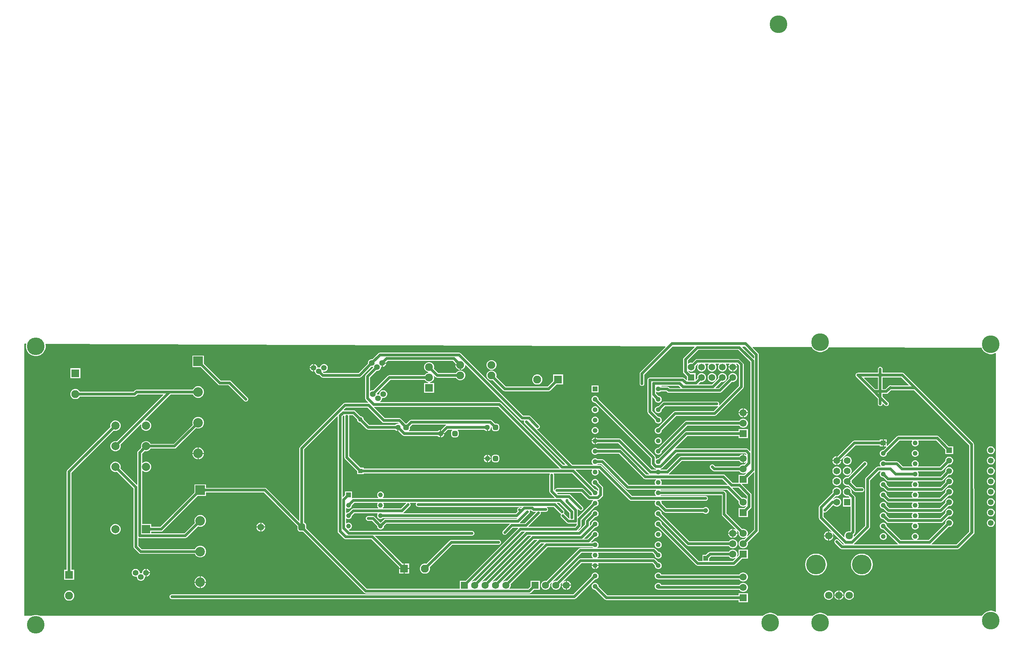
<source format=gbr>
G04*
G04 #@! TF.GenerationSoftware,Altium Limited,Altium Designer,22.4.2 (48)*
G04*
G04 Layer_Physical_Order=2*
G04 Layer_Color=16711680*
%FSLAX25Y25*%
%MOIN*%
G70*
G04*
G04 #@! TF.SameCoordinates,EFB2AD4A-E9B5-4B68-97B7-9E8596F90355*
G04*
G04*
G04 #@! TF.FilePolarity,Positive*
G04*
G01*
G75*
%ADD57R,0.07874X0.07874*%
%ADD58C,0.07874*%
%ADD70C,0.02500*%
%ADD72C,0.06496*%
%ADD73R,0.06496X0.06496*%
%ADD74C,0.05512*%
%ADD75C,0.18898*%
%ADD76C,0.07087*%
%ADD77C,0.07677*%
%ADD78R,0.07677X0.07677*%
%ADD79R,0.04685X0.04685*%
%ADD80C,0.04685*%
%ADD81C,0.05610*%
%ADD82R,0.05610X0.05610*%
%ADD83R,0.06496X0.06496*%
%ADD84R,0.06791X0.06791*%
%ADD85C,0.06791*%
%ADD86R,0.06791X0.06791*%
%ADD87C,0.04661*%
%ADD88R,0.04661X0.04661*%
%ADD89C,0.04528*%
%ADD90R,0.04528X0.04528*%
G04:AMPARAMS|DCode=91|XSize=51.18mil|YSize=51.18mil|CornerRadius=12.8mil|HoleSize=0mil|Usage=FLASHONLY|Rotation=0.000|XOffset=0mil|YOffset=0mil|HoleType=Round|Shape=RoundedRectangle|*
%AMROUNDEDRECTD91*
21,1,0.05118,0.02559,0,0,0.0*
21,1,0.02559,0.05118,0,0,0.0*
1,1,0.02559,0.01280,-0.01280*
1,1,0.02559,-0.01280,-0.01280*
1,1,0.02559,-0.01280,0.01280*
1,1,0.02559,0.01280,0.01280*
%
%ADD91ROUNDEDRECTD91*%
%ADD92C,0.05118*%
%ADD93R,0.07677X0.07677*%
G04:AMPARAMS|DCode=94|XSize=64.96mil|YSize=64.96mil|CornerRadius=16.24mil|HoleSize=0mil|Usage=FLASHONLY|Rotation=0.000|XOffset=0mil|YOffset=0mil|HoleType=Round|Shape=RoundedRectangle|*
%AMROUNDEDRECTD94*
21,1,0.06496,0.03248,0,0,0.0*
21,1,0.03248,0.06496,0,0,0.0*
1,1,0.03248,0.01624,-0.01624*
1,1,0.03248,-0.01624,-0.01624*
1,1,0.03248,-0.01624,0.01624*
1,1,0.03248,0.01624,0.01624*
%
%ADD94ROUNDEDRECTD94*%
%ADD95C,0.04559*%
%ADD96R,0.04559X0.04559*%
%ADD97C,0.05315*%
%ADD98R,0.07559X0.07559*%
%ADD99C,0.07559*%
%ADD100C,0.07500*%
%ADD101C,0.04331*%
%ADD102R,0.04331X0.04331*%
%ADD103R,0.09213X0.09213*%
%ADD104C,0.09213*%
%ADD105C,0.02500*%
%ADD106C,0.17047*%
%ADD107C,0.16929*%
G36*
X755956Y617500D02*
X764406Y609050D01*
Y606543D01*
X763944Y606352D01*
X753246Y617050D01*
X753439Y617511D01*
X755956Y617500D01*
D02*
G37*
G36*
X477436Y601320D02*
X477250Y600625D01*
Y600500D01*
X482000D01*
Y600000D01*
X482500D01*
Y595250D01*
X482625D01*
X483833Y595574D01*
X484917Y596199D01*
X485801Y597083D01*
X486426Y598167D01*
X486750Y599375D01*
Y599852D01*
X487212Y600044D01*
X539978Y547278D01*
X540722Y546781D01*
X541600Y546606D01*
X543103D01*
X543339Y546165D01*
X543281Y546078D01*
X543106Y545200D01*
X543281Y544322D01*
X543778Y543578D01*
X583019Y504337D01*
X582828Y503875D01*
X580869D01*
X521122Y563622D01*
X520378Y564119D01*
X519500Y564294D01*
X404984D01*
X404850Y564794D01*
X405306Y565058D01*
X406005Y565757D01*
X406500Y566613D01*
X406756Y567568D01*
Y568034D01*
X407153Y568339D01*
X407506Y568244D01*
X408495D01*
X409450Y568500D01*
X410306Y568995D01*
X411005Y569694D01*
X411500Y570550D01*
X411756Y571505D01*
Y572495D01*
X411500Y573450D01*
X411005Y574306D01*
X410306Y575005D01*
X409450Y575500D01*
X408495Y575756D01*
X407506D01*
X406550Y575500D01*
X405694Y575005D01*
X404994Y574306D01*
X404500Y573450D01*
X404244Y572495D01*
Y572029D01*
X403847Y571724D01*
X403495Y571819D01*
X402505D01*
X402153Y571724D01*
X401756Y572029D01*
Y572495D01*
X401752Y572508D01*
X414950Y585706D01*
X447806D01*
X448175Y585065D01*
X449065Y584175D01*
X450155Y583546D01*
X451150Y583280D01*
X451085Y582780D01*
X447221D01*
Y573220D01*
X456779D01*
Y582780D01*
X452915D01*
X452850Y583280D01*
X453845Y583546D01*
X454935Y584175D01*
X455825Y585065D01*
X456454Y586155D01*
X456779Y587371D01*
Y588629D01*
X456545Y589503D01*
X456994Y589762D01*
X458378Y588378D01*
X459122Y587881D01*
X460000Y587706D01*
X477840D01*
X478199Y587083D01*
X479083Y586199D01*
X480167Y585574D01*
X481375Y585250D01*
X482625D01*
X483833Y585574D01*
X484917Y586199D01*
X485801Y587083D01*
X486426Y588167D01*
X486750Y589375D01*
Y590625D01*
X486426Y591833D01*
X485801Y592917D01*
X484917Y593801D01*
X483833Y594426D01*
X482625Y594750D01*
X481375D01*
X480167Y594426D01*
X479083Y593801D01*
X478199Y592917D01*
X477840Y592294D01*
X460950D01*
X456588Y596656D01*
X456779Y597371D01*
Y598629D01*
X456454Y599845D01*
X455825Y600935D01*
X454935Y601825D01*
X453845Y602454D01*
X452629Y602779D01*
X451371D01*
X450155Y602454D01*
X449065Y601825D01*
X448175Y600935D01*
X447546Y599845D01*
X447221Y598629D01*
Y597371D01*
X447546Y596155D01*
X448175Y595065D01*
X449065Y594175D01*
X450155Y593546D01*
X451228Y593259D01*
Y592741D01*
X450155Y592454D01*
X449065Y591825D01*
X448175Y590935D01*
X447806Y590294D01*
X414000D01*
X413122Y590120D01*
X412378Y589622D01*
X398508Y575752D01*
X398495Y575756D01*
X397505D01*
X396550Y575500D01*
X395694Y575005D01*
X395656Y574968D01*
X395194Y575159D01*
Y587950D01*
X401492Y594248D01*
X401506Y594244D01*
X402494D01*
X403450Y594500D01*
X404306Y594994D01*
X405006Y595694D01*
X405500Y596550D01*
X405756Y597506D01*
Y597971D01*
X406153Y598276D01*
X406500Y598183D01*
Y601937D01*
X407000D01*
Y602437D01*
X410754D01*
X410752Y602445D01*
X412213Y603906D01*
X474850D01*
X477436Y601320D01*
D02*
G37*
G36*
X693668Y578258D02*
X693476Y577796D01*
X683438D01*
X682612Y578622D01*
X681868Y579119D01*
X680990Y579294D01*
X675216D01*
X675162Y579376D01*
X675429Y579876D01*
X692050D01*
X693668Y578258D01*
D02*
G37*
G36*
X406828Y544978D02*
X407572Y544481D01*
X408450Y544306D01*
X422417D01*
X422676Y543982D01*
X422423Y543559D01*
X421657D01*
X420752Y543317D01*
X419941Y542848D01*
X419387Y542294D01*
X394557D01*
X389165Y547685D01*
Y548023D01*
X388950Y548828D01*
X388533Y549550D01*
X387944Y550139D01*
X387222Y550556D01*
X386417Y550772D01*
X386079D01*
X381129Y555722D01*
X380384Y556219D01*
X379506Y556394D01*
X370192D01*
X370000Y556856D01*
X372150Y559006D01*
X392800D01*
X406828Y544978D01*
D02*
G37*
G36*
X577500Y500756D02*
X577308Y500294D01*
X389165D01*
Y501165D01*
X386079D01*
X375194Y512050D01*
Y550600D01*
X375150Y550822D01*
Y551048D01*
X375063Y551256D01*
X375054Y551306D01*
X375307Y551724D01*
X375402Y551806D01*
X378556D01*
X382835Y547527D01*
Y547190D01*
X383050Y546385D01*
X383467Y545663D01*
X384056Y545074D01*
X384778Y544657D01*
X385583Y544441D01*
X385921D01*
X391984Y538378D01*
X392728Y537881D01*
X393606Y537706D01*
X419387D01*
X419941Y537152D01*
X420752Y536684D01*
X421626Y536449D01*
Y540000D01*
X422626D01*
Y536256D01*
X426504Y532378D01*
X427248Y531881D01*
X428126Y531706D01*
X460371D01*
X460925Y531152D01*
X461736Y530684D01*
X462610Y530449D01*
Y534000D01*
Y537551D01*
X461736Y537317D01*
X460925Y536848D01*
X460371Y536294D01*
X432651D01*
X432500Y536794D01*
X432923Y537077D01*
X433427Y537831D01*
X433604Y538721D01*
Y540359D01*
X435850Y542606D01*
X468085D01*
X468219Y542143D01*
X468212Y542106D01*
X467488Y541622D01*
X463610Y537744D01*
Y534500D01*
X466854D01*
X470060Y537706D01*
X474239D01*
X474390Y537206D01*
X473967Y536923D01*
X473463Y536169D01*
X473286Y535280D01*
Y532721D01*
X473463Y531831D01*
X473967Y531077D01*
X474721Y530573D01*
X475610Y530396D01*
X478169D01*
X479059Y530573D01*
X479813Y531077D01*
X480317Y531831D01*
X480493Y532721D01*
Y535280D01*
X480317Y536169D01*
X479813Y536923D01*
X479389Y537206D01*
X479541Y537706D01*
X505261D01*
X505815Y537152D01*
X506626Y536684D01*
X507500Y536449D01*
Y540000D01*
X508500D01*
Y536449D01*
X509374Y536684D01*
X510185Y537152D01*
X510848Y537815D01*
X511316Y538626D01*
X511559Y539531D01*
Y540148D01*
X512039Y540413D01*
X512270Y540239D01*
Y538721D01*
X512447Y537831D01*
X512951Y537077D01*
X513705Y536573D01*
X514595Y536396D01*
X517154D01*
X518043Y536573D01*
X518797Y537077D01*
X519301Y537831D01*
X519478Y538721D01*
Y541280D01*
X519301Y542169D01*
X518797Y542923D01*
X518043Y543427D01*
X517154Y543604D01*
X515515D01*
X512596Y546522D01*
X511852Y547019D01*
X510974Y547194D01*
X434900D01*
X434022Y547019D01*
X433278Y546522D01*
X430359Y543604D01*
X429641D01*
X425022Y548222D01*
X424278Y548719D01*
X423400Y548894D01*
X409400D01*
X399089Y559206D01*
X399296Y559706D01*
X518550D01*
X577500Y500756D01*
D02*
G37*
G36*
X757176Y513980D02*
X757146Y513777D01*
X756932Y513653D01*
X756611Y513568D01*
X755697Y514096D01*
X754579Y514396D01*
X754500D01*
Y510000D01*
Y505604D01*
X754579D01*
X755697Y505904D01*
X756302Y506253D01*
X756609Y505853D01*
X755030Y504275D01*
X754579Y504396D01*
X753421D01*
X752303Y504096D01*
X751301Y503517D01*
X750483Y502699D01*
X750249Y502294D01*
X727082D01*
X725754Y503622D01*
X725566Y503748D01*
X725406Y503907D01*
X725197Y503994D01*
X725009Y504119D01*
X724788Y504164D01*
X724579Y504250D01*
X724353D01*
X724132Y504294D01*
X723910Y504250D01*
X723684D01*
X723475Y504164D01*
X723254Y504119D01*
X723066Y503994D01*
X722857Y503907D01*
X722697Y503748D01*
X722509Y503622D01*
X722384Y503434D01*
X722224Y503274D01*
X722138Y503066D01*
X722012Y502878D01*
X721968Y502656D01*
X721882Y502448D01*
Y502222D01*
X721838Y502000D01*
X721882Y501778D01*
Y501552D01*
X721968Y501344D01*
X722012Y501122D01*
X722138Y500934D01*
X722224Y500726D01*
X722384Y500566D01*
X722509Y500378D01*
X724509Y498378D01*
X725254Y497881D01*
X726132Y497706D01*
X750249D01*
X750483Y497301D01*
X751301Y496483D01*
X752303Y495904D01*
X753421Y495604D01*
X754579D01*
X755697Y495904D01*
X756302Y496253D01*
X756609Y495853D01*
X755151Y494396D01*
X749604D01*
Y486594D01*
X743850D01*
X736403Y494041D01*
X735659Y494539D01*
X734781Y494713D01*
X682611D01*
X682459Y495213D01*
X682705Y495378D01*
X695033Y507706D01*
X750249D01*
X750483Y507301D01*
X751301Y506483D01*
X752303Y505904D01*
X753421Y505604D01*
X753500D01*
Y510000D01*
Y514396D01*
X753421D01*
X752303Y514096D01*
X751301Y513517D01*
X750483Y512699D01*
X750249Y512294D01*
X694083D01*
X693205Y512119D01*
X692461Y511622D01*
X680133Y499294D01*
X674790D01*
X674447Y499637D01*
X674442Y499735D01*
X674442Y499741D01*
X674570Y500155D01*
X675297Y500300D01*
X676041Y500797D01*
X690250Y515006D01*
X756150D01*
X757176Y513980D01*
D02*
G37*
G36*
X738800Y485156D02*
X738608Y484694D01*
X675458D01*
X675177Y485194D01*
X675478Y485714D01*
X675705Y486561D01*
Y487438D01*
X675478Y488286D01*
X675039Y489045D01*
X674459Y489625D01*
X674479Y489801D01*
X674622Y490125D01*
X733831D01*
X738800Y485156D01*
D02*
G37*
G36*
X608295Y477086D02*
Y476561D01*
X608522Y475714D01*
X608823Y475194D01*
X608542Y474694D01*
X607050D01*
X600922Y480822D01*
X600178Y481319D01*
X599300Y481494D01*
X575000D01*
X574778Y481450D01*
X574552D01*
X574344Y481363D01*
X574122Y481319D01*
X573934Y481194D01*
X573726Y481108D01*
X573566Y480948D01*
X573378Y480822D01*
X573252Y480634D01*
X573093Y480475D01*
X573006Y480266D01*
X572881Y480078D01*
X572836Y479856D01*
X572794Y479754D01*
X572294Y479853D01*
Y493900D01*
X572250Y494122D01*
Y494347D01*
X572163Y494556D01*
X572119Y494778D01*
X571994Y494966D01*
X571908Y495175D01*
X571876Y495206D01*
X572031Y495632D01*
X572101Y495706D01*
X589676D01*
X608295Y477086D01*
D02*
G37*
G36*
X641424Y480778D02*
X642168Y480281D01*
X643046Y480106D01*
X670092D01*
X670228Y479853D01*
X670270Y479606D01*
X669709Y479045D01*
X669270Y478286D01*
X669043Y477438D01*
Y476561D01*
X669270Y475714D01*
X669709Y474955D01*
X670270Y474394D01*
X670228Y474147D01*
X670092Y473894D01*
X647231D01*
X617922Y503203D01*
X617178Y503700D01*
X616300Y503875D01*
X613874D01*
X613731Y504199D01*
X613715Y504342D01*
X614056Y504706D01*
X617496D01*
X641424Y480778D01*
D02*
G37*
G36*
X370305Y551478D02*
X370650Y551048D01*
Y550822D01*
X370606Y550600D01*
Y511100D01*
X370780Y510222D01*
X371278Y509478D01*
X382835Y497921D01*
Y494835D01*
X389165D01*
Y495706D01*
X567899D01*
X567969Y495632D01*
X568124Y495206D01*
X568092Y495175D01*
X568006Y494966D01*
X567881Y494778D01*
X567837Y494556D01*
X567750Y494347D01*
Y494122D01*
X567706Y493900D01*
Y478400D01*
X567881Y477522D01*
X568378Y476778D01*
X572648Y472508D01*
X572456Y472046D01*
X407765D01*
X407558Y472546D01*
X407998Y472986D01*
X408430Y473734D01*
X408653Y474568D01*
Y475432D01*
X408430Y476266D01*
X407998Y477014D01*
X407388Y477624D01*
X406640Y478056D01*
X405806Y478279D01*
X404942D01*
X404108Y478056D01*
X403360Y477624D01*
X402750Y477014D01*
X402318Y476266D01*
X402095Y475432D01*
Y474568D01*
X402318Y473734D01*
X402750Y472986D01*
X403190Y472546D01*
X402983Y472046D01*
X379378D01*
X378500Y471872D01*
X378405Y471808D01*
X377906Y472076D01*
Y478279D01*
X371346D01*
Y474965D01*
X369256Y472874D01*
X368794Y473066D01*
Y550250D01*
X370058Y551514D01*
X370305Y551478D01*
D02*
G37*
G36*
X757406Y474050D02*
Y471464D01*
X756944Y471272D01*
X756699Y471517D01*
X755697Y472096D01*
X754579Y472396D01*
X753421D01*
X752970Y472275D01*
X743700Y481544D01*
X743892Y482006D01*
X749450D01*
X757406Y474050D01*
D02*
G37*
G36*
X439575Y467244D02*
X439686Y466958D01*
X439628Y466818D01*
X439502Y466630D01*
X439459Y466408D01*
X439372Y466199D01*
Y465974D01*
X439328Y465752D01*
X439372Y465530D01*
Y465304D01*
X439459Y465096D01*
X439502Y464874D01*
X439628Y464686D01*
X439714Y464477D01*
X439874Y464318D01*
X440000Y464130D01*
X440188Y464004D01*
X440347Y463844D01*
X440556Y463758D01*
X440744Y463632D01*
X440966Y463588D01*
X441174Y463502D01*
X441400D01*
X441622Y463458D01*
X540760D01*
X540952Y462996D01*
X540369Y462413D01*
X540274Y462507D01*
X540066Y462594D01*
X539878Y462719D01*
X539656Y462764D01*
X539447Y462850D01*
X539222D01*
X539000Y462894D01*
X538778Y462850D01*
X538553D01*
X538344Y462764D01*
X538122Y462719D01*
X537934Y462594D01*
X537725Y462507D01*
X537566Y462348D01*
X537378Y462222D01*
X537252Y462034D01*
X537092Y461874D01*
X537006Y461666D01*
X536881Y461478D01*
X536836Y461256D01*
X536750Y461048D01*
Y460822D01*
X536706Y460600D01*
X536750Y460378D01*
Y460152D01*
X536836Y459944D01*
X536881Y459722D01*
X537006Y459534D01*
X537092Y459326D01*
X537187Y459231D01*
X535250Y457294D01*
X427499D01*
X427347Y457794D01*
X427622Y457978D01*
X433522Y463878D01*
X433648Y464066D01*
X433808Y464225D01*
X433894Y464434D01*
X434019Y464622D01*
X434063Y464844D01*
X434150Y465053D01*
Y465278D01*
X434194Y465500D01*
X434150Y465722D01*
Y465947D01*
X434063Y466156D01*
X434019Y466378D01*
X433894Y466566D01*
X433808Y466775D01*
X433648Y466934D01*
X433632Y466958D01*
X433849Y467454D01*
X433853Y467458D01*
X439439D01*
X439575Y467244D01*
D02*
G37*
G36*
X430114Y466958D02*
X425050Y461894D01*
X407553D01*
X407410Y462310D01*
X407406Y462394D01*
X407998Y462986D01*
X408430Y463734D01*
X408653Y464568D01*
Y465432D01*
X408430Y466266D01*
X408031Y466958D01*
X408168Y467423D01*
X408182Y467458D01*
X429907D01*
X430114Y466958D01*
D02*
G37*
G36*
X402580Y467423D02*
X402717Y466958D01*
X402318Y466266D01*
X402095Y465432D01*
Y464568D01*
X402318Y463734D01*
X402750Y462986D01*
X403342Y462394D01*
X403338Y462310D01*
X403195Y461894D01*
X379226D01*
X378348Y461719D01*
X377604Y461222D01*
X374661Y458280D01*
X374194D01*
X373360Y458056D01*
X372794Y457729D01*
X372294Y457968D01*
Y462032D01*
X372794Y462271D01*
X373360Y461944D01*
X374194Y461721D01*
X375058D01*
X375892Y461944D01*
X376640Y462376D01*
X377250Y462986D01*
X377682Y463734D01*
X377906Y464568D01*
Y465035D01*
X380328Y467458D01*
X402566D01*
X402580Y467423D01*
D02*
G37*
G36*
X604478Y470778D02*
X605222Y470281D01*
X606100Y470106D01*
X609344D01*
X609480Y469853D01*
X609522Y469606D01*
X608961Y469045D01*
X608522Y468286D01*
X608295Y467439D01*
Y466914D01*
X595504Y454122D01*
X595042Y454314D01*
Y460400D01*
X594916Y461032D01*
X595377Y461279D01*
X596278Y460378D01*
X596466Y460252D01*
X596626Y460092D01*
X596834Y460006D01*
X597022Y459881D01*
X597244Y459836D01*
X597452Y459750D01*
X597678D01*
X597900Y459706D01*
X598122Y459750D01*
X598348D01*
X598556Y459836D01*
X598778Y459881D01*
X598966Y460006D01*
X599174Y460092D01*
X599334Y460252D01*
X599522Y460378D01*
X599648Y460566D01*
X599808Y460725D01*
X599894Y460934D01*
X600019Y461122D01*
X600064Y461344D01*
X600150Y461552D01*
Y461778D01*
X600194Y462000D01*
X600150Y462222D01*
Y462448D01*
X600064Y462656D01*
X600019Y462878D01*
X599894Y463066D01*
X599808Y463274D01*
X599648Y463434D01*
X599522Y463622D01*
X588122Y475022D01*
X587378Y475519D01*
X586500Y475694D01*
X575950D01*
X575238Y476406D01*
X575446Y476906D01*
X598350D01*
X604478Y470778D01*
D02*
G37*
G36*
X764406Y496508D02*
Y441650D01*
X758147Y435391D01*
X757747Y435698D01*
X758096Y436303D01*
X758396Y437421D01*
Y438579D01*
X758096Y439697D01*
X757517Y440699D01*
X756699Y441517D01*
X755697Y442096D01*
X754579Y442396D01*
X753421D01*
X752970Y442275D01*
X737994Y457250D01*
Y475900D01*
X737819Y476778D01*
X737322Y477522D01*
X736222Y478622D01*
X735478Y479119D01*
X734600Y479294D01*
X674828D01*
X674489Y479669D01*
X674520Y479853D01*
X674656Y480106D01*
X738650D01*
X749725Y469030D01*
X749604Y468579D01*
Y467421D01*
X749904Y466303D01*
X750483Y465301D01*
X751301Y464483D01*
X752303Y463904D01*
X753421Y463604D01*
X754579D01*
X755697Y463904D01*
X756302Y464253D01*
X756609Y463853D01*
X755151Y462396D01*
X749604D01*
Y453604D01*
X758396D01*
Y459151D01*
X761322Y462078D01*
X761820Y462822D01*
X761994Y463700D01*
Y475000D01*
X761820Y475878D01*
X761322Y476622D01*
X752802Y485142D01*
X752993Y485604D01*
X758396D01*
Y491151D01*
X763944Y496700D01*
X764406Y496508D01*
D02*
G37*
G36*
X586954Y457802D02*
Y453152D01*
X587092Y452460D01*
X586631Y452213D01*
X582322Y456522D01*
X582134Y456648D01*
X581975Y456808D01*
X581844Y456861D01*
X581741Y457020D01*
X581699Y457444D01*
X581711Y457486D01*
X581794Y457686D01*
X581919Y457874D01*
X581963Y458096D01*
X582050Y458304D01*
Y458530D01*
X582094Y458752D01*
X582050Y458974D01*
Y459199D01*
X581963Y459408D01*
X581919Y459630D01*
X581794Y459818D01*
X581707Y460027D01*
X581548Y460186D01*
X581422Y460374D01*
X574838Y466958D01*
X575045Y467458D01*
X577298D01*
X586954Y457802D01*
D02*
G37*
G36*
X364206Y550408D02*
Y440000D01*
X364381Y439122D01*
X364878Y438378D01*
X370378Y432878D01*
X371122Y432381D01*
X372000Y432206D01*
X396550D01*
X423161Y405594D01*
Y404500D01*
X427500D01*
Y408839D01*
X426406D01*
X400000Y435244D01*
X400192Y435706D01*
X493248D01*
X493470Y435750D01*
X493696D01*
X493904Y435837D01*
X494126Y435881D01*
X494314Y436006D01*
X494522Y436093D01*
X494682Y436252D01*
X494870Y436378D01*
X494996Y436566D01*
X495155Y436726D01*
X495242Y436934D01*
X495367Y437122D01*
X495411Y437344D01*
X495498Y437552D01*
Y437778D01*
X495542Y438000D01*
X495498Y438222D01*
Y438448D01*
X495411Y438656D01*
X495367Y438878D01*
X495242Y439066D01*
X495155Y439275D01*
X494996Y439434D01*
X494870Y439622D01*
X494682Y439748D01*
X494522Y439908D01*
X494314Y439994D01*
X494126Y440119D01*
X493904Y440164D01*
X493696Y440250D01*
X493470D01*
X493248Y440294D01*
X375950D01*
X374979Y441265D01*
X375194Y441757D01*
X375892Y441944D01*
X376640Y442376D01*
X377250Y442986D01*
X377682Y443734D01*
X377906Y444568D01*
Y445432D01*
X377682Y446266D01*
X377250Y447014D01*
X376640Y447624D01*
X375892Y448056D01*
X375058Y448279D01*
X374194D01*
X373360Y448056D01*
X372794Y447729D01*
X372294Y447968D01*
Y452032D01*
X372794Y452271D01*
X373360Y451944D01*
X374194Y451721D01*
X375058D01*
X375892Y451944D01*
X376640Y452376D01*
X377250Y452986D01*
X377682Y453734D01*
X377906Y454568D01*
Y455035D01*
X380176Y457306D01*
X402372D01*
X402630Y456806D01*
X402318Y456266D01*
X402095Y455432D01*
Y454568D01*
X402318Y453734D01*
X402750Y452986D01*
X403360Y452376D01*
X404108Y451944D01*
X404942Y451721D01*
X405806D01*
X406640Y451944D01*
X407388Y452376D01*
X407718Y452706D01*
X536200D01*
X536371Y452740D01*
X536656Y452287D01*
X536488Y452064D01*
X410144D01*
X409266Y451890D01*
X408522Y451392D01*
X405409Y448279D01*
X405339D01*
X399696Y453922D01*
X398952Y454419D01*
X398074Y454594D01*
X393500D01*
X393278Y454550D01*
X393052D01*
X392844Y454463D01*
X392622Y454419D01*
X392434Y454294D01*
X392226Y454208D01*
X392066Y454048D01*
X391878Y453922D01*
X391752Y453734D01*
X391593Y453575D01*
X391506Y453366D01*
X391381Y453178D01*
X391336Y452956D01*
X391250Y452747D01*
Y452522D01*
X391206Y452300D01*
X391250Y452078D01*
Y451853D01*
X391336Y451644D01*
X391381Y451422D01*
X391506Y451234D01*
X391593Y451025D01*
X391752Y450866D01*
X391878Y450678D01*
X392066Y450552D01*
X392226Y450392D01*
X392434Y450306D01*
X392622Y450181D01*
X392844Y450137D01*
X393052Y450050D01*
X393278D01*
X393500Y450006D01*
X397124D01*
X402095Y445035D01*
Y444568D01*
X402318Y443734D01*
X402750Y442986D01*
X403360Y442376D01*
X404108Y441944D01*
X404942Y441720D01*
X405806D01*
X406640Y441944D01*
X407388Y442376D01*
X407998Y442986D01*
X408430Y443734D01*
X408653Y444568D01*
Y445035D01*
X411094Y447476D01*
X529477D01*
X529684Y446976D01*
X523130Y440422D01*
X523004Y440234D01*
X522845Y440074D01*
X522758Y439866D01*
X522633Y439678D01*
X522588Y439456D01*
X522502Y439248D01*
Y439022D01*
X522458Y438800D01*
X522502Y438578D01*
Y438352D01*
X522588Y438144D01*
X522633Y437922D01*
X522758Y437734D01*
X522845Y437526D01*
X523004Y437366D01*
X523130Y437178D01*
X523318Y437052D01*
X523478Y436893D01*
X523686Y436806D01*
X523874Y436681D01*
X524096Y436636D01*
X524304Y436550D01*
X524530D01*
X524752Y436506D01*
X524974Y436550D01*
X525200D01*
X525408Y436636D01*
X525630Y436681D01*
X525818Y436806D01*
X526026Y436893D01*
X526186Y437052D01*
X526374Y437178D01*
X532402Y443206D01*
X537308D01*
X537500Y442744D01*
X487151Y392396D01*
X481604D01*
Y384594D01*
X392335D01*
X333956Y442974D01*
Y445624D01*
X333865Y446309D01*
X333601Y446947D01*
X333180Y447496D01*
X332632Y447916D01*
X331994Y448180D01*
X331979Y448182D01*
Y518835D01*
X363744Y550600D01*
X364206Y550408D01*
D02*
G37*
G36*
X550830Y459378D02*
X551574Y458881D01*
X552452Y458706D01*
X554408D01*
X554600Y458244D01*
X544150Y447794D01*
X539545D01*
X539338Y448294D01*
X548174Y457130D01*
X548300Y457318D01*
X548459Y457478D01*
X548546Y457686D01*
X548671Y457874D01*
X548715Y458096D01*
X548802Y458304D01*
Y458530D01*
X548846Y458752D01*
X548802Y458974D01*
Y459199D01*
X548715Y459408D01*
X548706Y459458D01*
X548958Y459876D01*
X549054Y459958D01*
X550250D01*
X550830Y459378D01*
D02*
G37*
G36*
X578178Y457130D02*
X578366Y457004D01*
X578525Y456845D01*
X578656Y456790D01*
X578759Y456632D01*
X578801Y456208D01*
X578789Y456166D01*
X578706Y455966D01*
X578581Y455778D01*
X578537Y455556D01*
X578450Y455347D01*
Y455122D01*
X578406Y454900D01*
X578450Y454678D01*
Y454453D01*
X578537Y454244D01*
X578581Y454022D01*
X578706Y453834D01*
X578792Y453625D01*
X578952Y453466D01*
X579078Y453278D01*
X584326Y448030D01*
X585070Y447533D01*
X585948Y447358D01*
X592748D01*
X593454Y447498D01*
X593954Y447196D01*
Y446121D01*
X592127Y444294D01*
X547792D01*
X547600Y444756D01*
X558722Y455878D01*
X558848Y456066D01*
X559008Y456225D01*
X559094Y456434D01*
X559219Y456622D01*
X559264Y456844D01*
X559350Y457053D01*
Y457278D01*
X559394Y457500D01*
X559350Y457722D01*
Y457947D01*
X559264Y458156D01*
X559254Y458206D01*
X559507Y458624D01*
X559602Y458706D01*
X564100D01*
X564322Y458750D01*
X564547D01*
X564756Y458837D01*
X564978Y458881D01*
X565166Y459006D01*
X565375Y459093D01*
X565534Y459252D01*
X565722Y459378D01*
X565848Y459566D01*
X566008Y459726D01*
X566094Y459934D01*
X566219Y460122D01*
X566263Y460344D01*
X566350Y460553D01*
Y460778D01*
X566394Y461000D01*
X566350Y461222D01*
Y461447D01*
X566263Y461656D01*
X566219Y461878D01*
X566094Y462066D01*
X566008Y462275D01*
X565848Y462434D01*
X565722Y462622D01*
X565534Y462748D01*
X565375Y462907D01*
X565351Y462966D01*
X565652Y463458D01*
X571850D01*
X578178Y457130D01*
D02*
G37*
G36*
X608823Y418806D02*
X608522Y418286D01*
X608295Y417439D01*
Y416562D01*
X608522Y415714D01*
X608961Y414955D01*
X609541Y414375D01*
X609521Y414199D01*
X609377Y413875D01*
X597581D01*
X596703Y413700D01*
X595959Y413203D01*
X575030Y392275D01*
X574579Y392396D01*
X573421D01*
X572303Y392096D01*
X571698Y391747D01*
X571391Y392147D01*
X598550Y419306D01*
X608542D01*
X608823Y418806D01*
D02*
G37*
G36*
X562500Y427744D02*
X527030Y392275D01*
X526579Y392396D01*
X525421D01*
X524303Y392096D01*
X523698Y391747D01*
X523391Y392147D01*
X559450Y428206D01*
X562308D01*
X562500Y427744D01*
D02*
G37*
G36*
X556000Y431244D02*
X517030Y392275D01*
X516579Y392396D01*
X515421D01*
X514303Y392096D01*
X513698Y391747D01*
X513391Y392147D01*
X552950Y431706D01*
X555808D01*
X556000Y431244D01*
D02*
G37*
G36*
X549962Y435206D02*
X507030Y392275D01*
X506579Y392396D01*
X505421D01*
X504303Y392096D01*
X503698Y391747D01*
X503391Y392147D01*
X546950Y435706D01*
X549754D01*
X549962Y435206D01*
D02*
G37*
G36*
X543962Y439206D02*
X497030Y392275D01*
X496579Y392396D01*
X495421D01*
X494303Y392096D01*
X493698Y391747D01*
X493391Y392147D01*
X540950Y439706D01*
X543754D01*
X543962Y439206D01*
D02*
G37*
G36*
X64460Y620533D02*
X64777Y620146D01*
X64535Y618932D01*
Y617068D01*
X64899Y615239D01*
X65613Y613517D01*
X66648Y611967D01*
X67967Y610648D01*
X69517Y609613D01*
X71239Y608899D01*
X73068Y608535D01*
X74932D01*
X76761Y608899D01*
X78483Y609613D01*
X80033Y610648D01*
X81352Y611967D01*
X82387Y613517D01*
X83101Y615239D01*
X83465Y617068D01*
Y618932D01*
X83240Y620063D01*
X83558Y620449D01*
X678941Y617838D01*
X679131Y617376D01*
X655078Y593322D01*
X654581Y592578D01*
X654406Y591700D01*
Y582100D01*
X654450Y581878D01*
Y581652D01*
X654536Y581444D01*
X654581Y581222D01*
X654706Y581034D01*
X654792Y580826D01*
X654952Y580666D01*
X655078Y580478D01*
X655266Y580352D01*
X655426Y580193D01*
X655634Y580106D01*
X655822Y579981D01*
X656044Y579937D01*
X656252Y579850D01*
X656478D01*
X656700Y579806D01*
X656922Y579850D01*
X657148D01*
X657356Y579937D01*
X657578Y579981D01*
X657766Y580106D01*
X657974Y580193D01*
X658134Y580352D01*
X658322Y580478D01*
X658448Y580666D01*
X658607Y580826D01*
X658694Y581034D01*
X658819Y581222D01*
X658863Y581444D01*
X658950Y581652D01*
Y581878D01*
X658994Y582100D01*
Y590750D01*
X686051Y617807D01*
X707018Y617715D01*
X707208Y617252D01*
X696878Y606922D01*
X696381Y606178D01*
X696206Y605300D01*
Y593500D01*
X696381Y592622D01*
X696878Y591878D01*
X699752Y589004D01*
Y585736D01*
X699290Y585545D01*
X697543Y587292D01*
X696799Y587789D01*
X695921Y587964D01*
X664293D01*
X663415Y587789D01*
X662671Y587292D01*
X662174Y586548D01*
X661999Y585670D01*
Y555081D01*
X662174Y554203D01*
X662671Y553459D01*
X669043Y547086D01*
Y546561D01*
X669270Y545714D01*
X669709Y544955D01*
X670329Y544335D01*
X671088Y543896D01*
X671936Y543669D01*
X672813D01*
X673660Y543896D01*
X674419Y544335D01*
X675039Y544955D01*
X675478Y545714D01*
X675705Y546561D01*
Y547438D01*
X675478Y548286D01*
X675039Y549045D01*
X674419Y549665D01*
X673660Y550104D01*
X672813Y550331D01*
X672288D01*
X666587Y556031D01*
Y568889D01*
X667049Y569080D01*
X669043Y567086D01*
Y566562D01*
X669270Y565714D01*
X669709Y564955D01*
X670329Y564335D01*
X671088Y563896D01*
X671936Y563669D01*
X672813D01*
X673660Y563896D01*
X674419Y564335D01*
X675039Y564955D01*
X675478Y565714D01*
X675705Y566562D01*
Y567439D01*
X675478Y568286D01*
X675039Y569045D01*
X674419Y569665D01*
X673660Y570104D01*
X672813Y570331D01*
X672288D01*
X670087Y572531D01*
Y573897D01*
X670587Y574186D01*
X671088Y573896D01*
X671936Y573669D01*
X672813D01*
X673660Y573896D01*
X674419Y574335D01*
X674790Y574706D01*
X680040D01*
X680866Y573880D01*
X681610Y573382D01*
X682488Y573208D01*
X731502D01*
X732380Y573382D01*
X733124Y573880D01*
X743090Y583846D01*
X743441Y583752D01*
X744559D01*
X745640Y584042D01*
X746608Y584601D01*
X747399Y585392D01*
X747959Y586360D01*
X748248Y587441D01*
Y588559D01*
X747959Y589640D01*
X747399Y590608D01*
X746608Y591399D01*
X745640Y591959D01*
X744559Y592248D01*
X743441D01*
X742360Y591959D01*
X741392Y591399D01*
X740601Y590608D01*
X740041Y589640D01*
X739752Y588559D01*
Y587441D01*
X739846Y587090D01*
X730552Y577796D01*
X727694D01*
X727502Y578258D01*
X733090Y583846D01*
X733441Y583752D01*
X734559D01*
X735640Y584042D01*
X736608Y584601D01*
X737399Y585392D01*
X737958Y586360D01*
X738248Y587441D01*
Y588559D01*
X737958Y589640D01*
X737399Y590608D01*
X736608Y591399D01*
X735640Y591959D01*
X734559Y592248D01*
X733441D01*
X732360Y591959D01*
X731392Y591399D01*
X730601Y590608D01*
X730042Y589640D01*
X729752Y588559D01*
Y587441D01*
X729846Y587090D01*
X724052Y581296D01*
X711194D01*
X711002Y581758D01*
X713090Y583846D01*
X713441Y583752D01*
X714559D01*
X715640Y584042D01*
X716608Y584601D01*
X717399Y585392D01*
X717958Y586360D01*
X718248Y587441D01*
Y588559D01*
X717958Y589640D01*
X717399Y590608D01*
X716608Y591399D01*
X715640Y591959D01*
X714559Y592248D01*
X713441D01*
X712360Y591959D01*
X711392Y591399D01*
X710601Y590608D01*
X710042Y589640D01*
X709752Y588559D01*
Y587441D01*
X709846Y587090D01*
X708710Y585954D01*
X708248Y586146D01*
Y592248D01*
X702996D01*
X701110Y594135D01*
X701122Y594194D01*
X701679Y594435D01*
X702360Y594041D01*
X703441Y593752D01*
X704559D01*
X705640Y594041D01*
X706608Y594601D01*
X707399Y595392D01*
X707959Y596360D01*
X708248Y597441D01*
Y598559D01*
X708154Y598910D01*
X710135Y600890D01*
X710194Y600878D01*
X710435Y600321D01*
X710042Y599640D01*
X709752Y598559D01*
Y597441D01*
X710042Y596360D01*
X710601Y595392D01*
X711392Y594601D01*
X712360Y594041D01*
X713441Y593752D01*
X714559D01*
X715640Y594041D01*
X716608Y594601D01*
X717399Y595392D01*
X717958Y596360D01*
X718248Y597441D01*
Y598559D01*
X717958Y599640D01*
X717399Y600608D01*
X717264Y600744D01*
X717455Y601206D01*
X720545D01*
X720736Y600744D01*
X720601Y600608D01*
X720042Y599640D01*
X719752Y598559D01*
Y597441D01*
X720042Y596360D01*
X720601Y595392D01*
X721392Y594601D01*
X722360Y594041D01*
X723441Y593752D01*
X724559D01*
X725640Y594041D01*
X726608Y594601D01*
X727399Y595392D01*
X727958Y596360D01*
X728248Y597441D01*
Y598559D01*
X727958Y599640D01*
X727399Y600608D01*
X727264Y600744D01*
X727455Y601206D01*
X730545D01*
X730736Y600744D01*
X730601Y600608D01*
X730042Y599640D01*
X729752Y598559D01*
Y597441D01*
X730042Y596360D01*
X730601Y595392D01*
X731392Y594601D01*
X732360Y594041D01*
X733441Y593752D01*
X734559D01*
X735640Y594041D01*
X736608Y594601D01*
X737399Y595392D01*
X737958Y596360D01*
X738248Y597441D01*
Y598559D01*
X737958Y599640D01*
X737399Y600608D01*
X737264Y600744D01*
X737455Y601206D01*
X740545D01*
X740736Y600744D01*
X740601Y600608D01*
X740041Y599640D01*
X739752Y598559D01*
Y598500D01*
X748248D01*
Y598559D01*
X747959Y599640D01*
X747399Y600608D01*
X747264Y600744D01*
X747455Y601206D01*
X748150D01*
X749806Y599550D01*
Y579850D01*
X731374Y561418D01*
X730829Y561580D01*
X730819Y561622D01*
X730864Y561844D01*
X730950Y562052D01*
Y562278D01*
X730994Y562500D01*
X730950Y562722D01*
Y562948D01*
X730864Y563156D01*
X730819Y563378D01*
X730694Y563566D01*
X730608Y563774D01*
X730448Y563934D01*
X730322Y564122D01*
X730134Y564248D01*
X729975Y564407D01*
X729766Y564494D01*
X729578Y564619D01*
X729356Y564664D01*
X729147Y564750D01*
X728922D01*
X728700Y564794D01*
X677874D01*
X676996Y564619D01*
X676252Y564122D01*
X672460Y560331D01*
X671936D01*
X671088Y560104D01*
X670329Y559665D01*
X669709Y559045D01*
X669270Y558286D01*
X669043Y557439D01*
Y556562D01*
X669270Y555714D01*
X669709Y554955D01*
X670329Y554335D01*
X671088Y553896D01*
X671936Y553669D01*
X672813D01*
X673660Y553896D01*
X674419Y554335D01*
X675039Y554955D01*
X675478Y555714D01*
X675705Y556562D01*
Y557086D01*
X678824Y560206D01*
X728700D01*
X728922Y560250D01*
X729147D01*
X729356Y560336D01*
X729578Y560381D01*
X729620Y560371D01*
X729782Y559826D01*
X725550Y555594D01*
X688674D01*
X687796Y555419D01*
X687052Y554922D01*
X672460Y540331D01*
X671936D01*
X671088Y540104D01*
X670329Y539665D01*
X669709Y539045D01*
X669270Y538286D01*
X669043Y537438D01*
Y536561D01*
X669270Y535714D01*
X669709Y534955D01*
X670329Y534335D01*
X671088Y533896D01*
X671936Y533669D01*
X672813D01*
X673660Y533896D01*
X674419Y534335D01*
X675039Y534955D01*
X675478Y535714D01*
X675705Y536561D01*
Y537086D01*
X689624Y551006D01*
X726500D01*
X727378Y551181D01*
X728122Y551678D01*
X753722Y577278D01*
X754219Y578022D01*
X754394Y578900D01*
Y600500D01*
X754219Y601378D01*
X753722Y602122D01*
X750722Y605122D01*
X749978Y605619D01*
X749100Y605794D01*
X709500D01*
X708622Y605619D01*
X707878Y605122D01*
X704910Y602154D01*
X704559Y602248D01*
X703441D01*
X702360Y601959D01*
X701392Y601399D01*
X701256Y601264D01*
X700794Y601455D01*
Y604350D01*
X710950Y614506D01*
X749302D01*
X760852Y602956D01*
Y517446D01*
X760390Y517254D01*
X758722Y518922D01*
X757978Y519419D01*
X757100Y519594D01*
X689300D01*
X688825Y519500D01*
X688579Y519960D01*
X700324Y531706D01*
X749604D01*
Y529604D01*
X758396D01*
Y538396D01*
X749604D01*
Y536294D01*
X699374D01*
X698496Y536120D01*
X697752Y535622D01*
X672460Y510331D01*
X671936D01*
X671088Y510104D01*
X670329Y509665D01*
X670256Y509592D01*
X669794Y509784D01*
Y511126D01*
X669619Y512004D01*
X669122Y512748D01*
X614957Y566914D01*
Y567439D01*
X614730Y568286D01*
X614291Y569045D01*
X613671Y569665D01*
X612912Y570104D01*
X612065Y570331D01*
X611188D01*
X610340Y570104D01*
X609581Y569665D01*
X608961Y569045D01*
X608522Y568286D01*
X608295Y567439D01*
Y566562D01*
X608522Y565714D01*
X608961Y564955D01*
X609581Y564335D01*
X610340Y563896D01*
X611188Y563669D01*
X611712D01*
X665206Y510176D01*
Y504919D01*
X665381Y504041D01*
X665878Y503297D01*
X668378Y500797D01*
X669122Y500300D01*
X670000Y500125D01*
X670125D01*
X670269Y499801D01*
X670285Y499658D01*
X669944Y499294D01*
X665950D01*
X636622Y528622D01*
X635878Y529119D01*
X635000Y529294D01*
X614042D01*
X613671Y529665D01*
X612912Y530104D01*
X612126Y530314D01*
Y527000D01*
Y523686D01*
X612912Y523896D01*
X613671Y524335D01*
X614042Y524706D01*
X634050D01*
X663378Y495378D01*
X663624Y495213D01*
X663472Y494713D01*
X660931D01*
X637022Y518622D01*
X636278Y519119D01*
X635400Y519294D01*
X614042D01*
X613671Y519665D01*
X612912Y520104D01*
X612065Y520331D01*
X611188D01*
X610340Y520104D01*
X609581Y519665D01*
X608961Y519045D01*
X608522Y518286D01*
X608295Y517439D01*
Y516562D01*
X608522Y515714D01*
X608961Y514955D01*
X609581Y514335D01*
X610340Y513896D01*
X611188Y513669D01*
X612065D01*
X612912Y513896D01*
X613671Y514335D01*
X614042Y514706D01*
X634450D01*
X658359Y490797D01*
X659103Y490300D01*
X659981Y490125D01*
X670125D01*
X670269Y489801D01*
X670289Y489625D01*
X669709Y489045D01*
X669270Y488286D01*
X669043Y487438D01*
Y486561D01*
X669270Y485714D01*
X669571Y485194D01*
X669290Y484694D01*
X643996D01*
X620068Y508622D01*
X619324Y509119D01*
X618446Y509294D01*
X614042D01*
X613671Y509665D01*
X612912Y510104D01*
X612065Y510331D01*
X611188D01*
X610340Y510104D01*
X609581Y509665D01*
X608961Y509045D01*
X608522Y508286D01*
X608295Y507439D01*
Y506562D01*
X608522Y505714D01*
X608961Y504955D01*
X609541Y504375D01*
X609521Y504199D01*
X609377Y503875D01*
X589969D01*
X555842Y538002D01*
X556014Y538467D01*
X556055Y538496D01*
X556248Y538458D01*
X556470Y538502D01*
X556696D01*
X556904Y538588D01*
X557126Y538632D01*
X557314Y538758D01*
X557522Y538844D01*
X557682Y539004D01*
X557870Y539130D01*
X557996Y539318D01*
X558155Y539477D01*
X558242Y539686D01*
X558367Y539874D01*
X558412Y540096D01*
X558498Y540304D01*
Y540530D01*
X558542Y540752D01*
X558498Y540974D01*
Y541199D01*
X558412Y541408D01*
X558367Y541630D01*
X558242Y541818D01*
X558155Y542027D01*
X557996Y542186D01*
X557870Y542374D01*
X549722Y550522D01*
X548978Y551019D01*
X548100Y551194D01*
X542550D01*
X482422Y611322D01*
X481678Y611819D01*
X480800Y611994D01*
X404763D01*
X403885Y611819D01*
X403141Y611322D01*
X397508Y605689D01*
X397495Y605693D01*
X396505D01*
X395550Y605437D01*
X394694Y604943D01*
X393994Y604243D01*
X393500Y603387D01*
X393244Y602431D01*
Y601442D01*
X393248Y601429D01*
X384113Y592294D01*
X350950D01*
X349910Y593334D01*
X350169Y593783D01*
X350518Y593689D01*
X351482D01*
X352412Y593938D01*
X353246Y594420D01*
X353927Y595101D01*
X354408Y595935D01*
X354658Y596865D01*
Y597828D01*
X354408Y598758D01*
X353927Y599592D01*
X353246Y600273D01*
X352412Y600755D01*
X351482Y601004D01*
X350518D01*
X349588Y600755D01*
X348754Y600273D01*
X348073Y599592D01*
X347592Y598758D01*
X347372Y597937D01*
X347070Y597618D01*
X346955Y597531D01*
X346481Y597657D01*
X345518D01*
X345045Y597531D01*
X344657Y597828D01*
X344408Y598758D01*
X343927Y599592D01*
X343246Y600273D01*
X342412Y600755D01*
X341500Y600999D01*
Y597346D01*
Y593694D01*
X341955Y593816D01*
X342342Y593518D01*
X342592Y592588D01*
X343073Y591754D01*
X343754Y591073D01*
X344588Y590592D01*
X345518Y590343D01*
X346413D01*
X348378Y588378D01*
X349122Y587881D01*
X350000Y587706D01*
X385063D01*
X385941Y587881D01*
X386685Y588378D01*
X396492Y598185D01*
X396505Y598181D01*
X397495D01*
X397847Y598276D01*
X398244Y597971D01*
Y597506D01*
X398248Y597492D01*
X391278Y590522D01*
X390780Y589778D01*
X390606Y588900D01*
Y568000D01*
X390780Y567122D01*
X391278Y566378D01*
X393562Y564094D01*
X393355Y563594D01*
X371200D01*
X370322Y563419D01*
X369578Y562922D01*
X328063Y521407D01*
X327566Y520663D01*
X327391Y519785D01*
Y450192D01*
X326929Y450000D01*
X295780Y481150D01*
X295035Y481647D01*
X294157Y481822D01*
X237606D01*
Y485134D01*
X226394D01*
Y477166D01*
X193443Y444215D01*
X184937D01*
Y446858D01*
X176107D01*
Y498258D01*
X176569Y498449D01*
X176969Y498049D01*
X178094Y497399D01*
X179350Y497063D01*
X180650D01*
X181906Y497399D01*
X183031Y498049D01*
X183951Y498969D01*
X184601Y500094D01*
X184937Y501350D01*
Y502650D01*
X184601Y503906D01*
X183951Y505031D01*
X183031Y505951D01*
X181906Y506601D01*
X180650Y506937D01*
X179350D01*
X178094Y506601D01*
X176969Y505951D01*
X176569Y505551D01*
X176107Y505742D01*
Y514705D01*
X178528Y517126D01*
X179350Y516906D01*
X180650D01*
X181906Y517242D01*
X183031Y517892D01*
X183951Y518811D01*
X184376Y519549D01*
X207370D01*
X208248Y519723D01*
X208992Y520220D01*
X227981Y539209D01*
X229262Y538866D01*
X230738D01*
X232164Y539248D01*
X233442Y539986D01*
X234486Y541030D01*
X235224Y542308D01*
X235606Y543734D01*
Y545211D01*
X235224Y546636D01*
X234486Y547915D01*
X233442Y548959D01*
X232164Y549697D01*
X230738Y550079D01*
X229262D01*
X227836Y549697D01*
X226558Y548959D01*
X225514Y547915D01*
X224776Y546636D01*
X224394Y545211D01*
Y543734D01*
X224737Y542454D01*
X206420Y524137D01*
X184376D01*
X183951Y524874D01*
X183031Y525793D01*
X181906Y526443D01*
X180650Y526780D01*
X179350D01*
X178094Y526443D01*
X176969Y525793D01*
X176049Y524874D01*
X175399Y523748D01*
X175063Y522493D01*
Y521193D01*
X175283Y520370D01*
X172191Y517278D01*
X171693Y516533D01*
X171519Y515655D01*
Y484851D01*
X171057Y484660D01*
X155189Y500528D01*
X155409Y501350D01*
Y502650D01*
X155073Y503906D01*
X154423Y505031D01*
X153504Y505951D01*
X152378Y506601D01*
X151122Y506937D01*
X149822D01*
X148567Y506601D01*
X147441Y505951D01*
X146522Y505031D01*
X145872Y503906D01*
X145535Y502650D01*
Y501350D01*
X145872Y500094D01*
X146522Y498969D01*
X147441Y498049D01*
X148567Y497399D01*
X149822Y497063D01*
X151122D01*
X151945Y497283D01*
X168019Y481209D01*
Y424987D01*
X168193Y424109D01*
X168691Y423365D01*
X173205Y418850D01*
X173950Y418353D01*
X174828Y418178D01*
X226851D01*
X227514Y417030D01*
X228558Y415986D01*
X229836Y415248D01*
X231262Y414866D01*
X232738D01*
X234164Y415248D01*
X235442Y415986D01*
X236486Y417030D01*
X237224Y418308D01*
X237606Y419734D01*
Y421210D01*
X237224Y422636D01*
X236486Y423915D01*
X235442Y424959D01*
X234164Y425697D01*
X232738Y426079D01*
X231262D01*
X229836Y425697D01*
X228558Y424959D01*
X227514Y423915D01*
X226851Y422766D01*
X175778D01*
X172607Y425937D01*
Y433244D01*
X173107Y433546D01*
X173813Y433406D01*
X217700D01*
X218578Y433581D01*
X219322Y434078D01*
X229981Y444737D01*
X231262Y444394D01*
X232738D01*
X234164Y444776D01*
X235442Y445514D01*
X236486Y446558D01*
X237224Y447836D01*
X237606Y449262D01*
Y450738D01*
X237224Y452164D01*
X236486Y453442D01*
X235442Y454486D01*
X234164Y455224D01*
X232738Y455606D01*
X231262D01*
X229836Y455224D01*
X228558Y454486D01*
X227514Y453442D01*
X226776Y452164D01*
X226394Y450738D01*
Y449262D01*
X226737Y447981D01*
X216750Y437994D01*
X184937D01*
Y439627D01*
X194394D01*
X195272Y439802D01*
X196016Y440299D01*
X229638Y473921D01*
X237606D01*
Y477234D01*
X293207D01*
X325414Y445026D01*
Y442376D01*
X325504Y441691D01*
X325769Y441053D01*
X326189Y440505D01*
X326738Y440084D01*
X327376Y439819D01*
X328061Y439729D01*
X330711D01*
X389763Y380678D01*
X390507Y380181D01*
X391385Y380006D01*
X548300D01*
X549178Y380181D01*
X549922Y380678D01*
X552849Y383604D01*
X558396D01*
Y392396D01*
X549604D01*
Y386849D01*
X547350Y384594D01*
X529464D01*
X529272Y385056D01*
X529517Y385301D01*
X530096Y386303D01*
X530396Y387421D01*
Y388579D01*
X530275Y389030D01*
X565950Y424706D01*
X609172D01*
X609511Y424331D01*
X609480Y424147D01*
X609344Y423894D01*
X597600D01*
X596722Y423720D01*
X595978Y423222D01*
X565030Y392275D01*
X564579Y392396D01*
X563421D01*
X562303Y392096D01*
X561301Y391517D01*
X560483Y390699D01*
X559904Y389697D01*
X559604Y388579D01*
Y387421D01*
X559904Y386303D01*
X560483Y385301D01*
X561301Y384483D01*
X562303Y383904D01*
X563421Y383604D01*
X564579D01*
X565697Y383904D01*
X566699Y384483D01*
X567517Y385301D01*
X568096Y386303D01*
X568396Y387421D01*
Y388579D01*
X568275Y389030D01*
X569853Y390609D01*
X570253Y390302D01*
X569904Y389697D01*
X569604Y388579D01*
Y387421D01*
X569904Y386303D01*
X570483Y385301D01*
X571301Y384483D01*
X572303Y383904D01*
X573421Y383604D01*
X574579D01*
X575697Y383904D01*
X576699Y384483D01*
X577517Y385301D01*
X578096Y386303D01*
X578396Y387421D01*
Y388579D01*
X578275Y389030D01*
X579853Y390609D01*
X580253Y390302D01*
X579904Y389697D01*
X579604Y388579D01*
Y388500D01*
X583500D01*
Y392396D01*
X583421D01*
X582303Y392096D01*
X581698Y391747D01*
X581391Y392147D01*
X598531Y409287D01*
X608523D01*
X608812Y408787D01*
X608522Y408286D01*
X608312Y407500D01*
X614940D01*
X614730Y408286D01*
X614440Y408787D01*
X614729Y409287D01*
X666843D01*
X669043Y407086D01*
Y406562D01*
X669270Y405714D01*
X669709Y404955D01*
X670329Y404335D01*
X671088Y403896D01*
X671936Y403669D01*
X672813D01*
X673660Y403896D01*
X674419Y404335D01*
X675039Y404955D01*
X675478Y405714D01*
X675705Y406562D01*
Y407439D01*
X675478Y408286D01*
X675039Y409045D01*
X674419Y409665D01*
X673660Y410104D01*
X672813Y410331D01*
X672288D01*
X669415Y413203D01*
X668671Y413700D01*
X667793Y413875D01*
X613874D01*
X613731Y414199D01*
X613711Y414375D01*
X614291Y414955D01*
X614730Y415714D01*
X614957Y416562D01*
Y417439D01*
X614730Y418286D01*
X614429Y418806D01*
X614710Y419306D01*
X666824D01*
X669043Y417086D01*
Y416562D01*
X669270Y415714D01*
X669709Y414955D01*
X670329Y414335D01*
X671088Y413896D01*
X671936Y413669D01*
X672813D01*
X673660Y413896D01*
X674419Y414335D01*
X675039Y414955D01*
X675478Y415714D01*
X675705Y416562D01*
Y417439D01*
X675478Y418286D01*
X675039Y419045D01*
X674419Y419665D01*
X673660Y420104D01*
X672813Y420331D01*
X672288D01*
X669396Y423222D01*
X668652Y423719D01*
X667774Y423894D01*
X613908D01*
X613772Y424147D01*
X613730Y424394D01*
X614291Y424955D01*
X614730Y425714D01*
X614957Y426561D01*
Y427438D01*
X614730Y428286D01*
X614291Y429045D01*
X613671Y429665D01*
X612912Y430104D01*
X612065Y430331D01*
X611188D01*
X610340Y430104D01*
X609581Y429665D01*
X609210Y429294D01*
X607818D01*
X607626Y429756D01*
X611540Y433669D01*
X612065D01*
X612912Y433896D01*
X613671Y434335D01*
X614291Y434955D01*
X614730Y435714D01*
X614957Y436561D01*
Y437438D01*
X614730Y438286D01*
X614291Y439045D01*
X613671Y439665D01*
X612912Y440104D01*
X612065Y440331D01*
X611188D01*
X610340Y440104D01*
X609581Y439665D01*
X608961Y439045D01*
X608522Y438286D01*
X608295Y437438D01*
Y436914D01*
X604176Y432794D01*
X601318D01*
X601126Y433256D01*
X611540Y443669D01*
X612065D01*
X612912Y443896D01*
X613671Y444335D01*
X614291Y444955D01*
X614730Y445714D01*
X614957Y446561D01*
Y447438D01*
X614730Y448286D01*
X614291Y449045D01*
X613671Y449665D01*
X612912Y450104D01*
X612065Y450331D01*
X611188D01*
X610340Y450104D01*
X609581Y449665D01*
X608961Y449045D01*
X608522Y448286D01*
X608295Y447438D01*
Y446914D01*
X606867Y445485D01*
X606585Y445636D01*
X606435Y445761D01*
Y448565D01*
X611540Y453669D01*
X612065D01*
X612912Y453896D01*
X613671Y454335D01*
X614291Y454955D01*
X614730Y455714D01*
X614957Y456562D01*
Y457439D01*
X614730Y458286D01*
X614291Y459045D01*
X613671Y459665D01*
X612912Y460104D01*
X612065Y460331D01*
X611188D01*
X610340Y460104D01*
X609581Y459665D01*
X608961Y459045D01*
X608522Y458286D01*
X608295Y457439D01*
Y456914D01*
X602519Y451138D01*
X602022Y450393D01*
X601847Y449515D01*
Y446666D01*
X595750Y440569D01*
X595623Y440594D01*
X595459Y441137D01*
X597870Y443548D01*
X598368Y444292D01*
X598542Y445170D01*
Y450672D01*
X611540Y463669D01*
X612065D01*
X612912Y463896D01*
X613671Y464335D01*
X614291Y464955D01*
X614730Y465714D01*
X614957Y466562D01*
Y467439D01*
X614730Y468286D01*
X614291Y469045D01*
X613730Y469606D01*
X613772Y469853D01*
X613908Y470106D01*
X614380D01*
X615258Y470281D01*
X616002Y470778D01*
X618602Y473378D01*
X619099Y474122D01*
X619274Y475000D01*
Y481646D01*
X619099Y482524D01*
X618602Y483269D01*
X614957Y486914D01*
Y487438D01*
X614730Y488286D01*
X614291Y489045D01*
X613671Y489665D01*
X612912Y490104D01*
X612065Y490331D01*
X611188D01*
X610340Y490104D01*
X609581Y489665D01*
X608961Y489045D01*
X608522Y488286D01*
X608295Y487438D01*
Y486561D01*
X608522Y485714D01*
X608961Y484955D01*
X609581Y484335D01*
X610340Y483896D01*
X611188Y483669D01*
X611712D01*
X614685Y480696D01*
Y479300D01*
X614185Y479151D01*
X613671Y479665D01*
X612912Y480104D01*
X612065Y480331D01*
X611540D01*
X593046Y498825D01*
X593237Y499287D01*
X608523D01*
X608812Y498787D01*
X608522Y498286D01*
X608295Y497438D01*
Y496561D01*
X608522Y495714D01*
X608961Y494955D01*
X609581Y494335D01*
X610340Y493896D01*
X611188Y493669D01*
X612065D01*
X612912Y493896D01*
X613671Y494335D01*
X614291Y494955D01*
X614730Y495714D01*
X614957Y496561D01*
Y497438D01*
X614730Y498286D01*
X614440Y498787D01*
X614729Y499287D01*
X615350D01*
X644659Y469978D01*
X645403Y469481D01*
X646281Y469306D01*
X669290D01*
X669571Y468806D01*
X669270Y468286D01*
X669043Y467439D01*
Y466562D01*
X669270Y465714D01*
X669709Y464955D01*
X670329Y464335D01*
X671088Y463896D01*
X671936Y463669D01*
X672460D01*
X677752Y458378D01*
X678496Y457881D01*
X679374Y457706D01*
X715678D01*
X715996Y457388D01*
X716740Y456959D01*
X717570Y456736D01*
X718430D01*
X719260Y456959D01*
X720004Y457388D01*
X720612Y457996D01*
X721041Y458740D01*
X721264Y459570D01*
Y460430D01*
X721041Y461260D01*
X720612Y462004D01*
X720004Y462612D01*
X719260Y463041D01*
X718430Y463264D01*
X717570D01*
X716740Y463041D01*
X715996Y462612D01*
X715678Y462294D01*
X680324D01*
X675705Y466914D01*
Y467439D01*
X675478Y468286D01*
X675177Y468806D01*
X675458Y469306D01*
X717800D01*
X718022Y469350D01*
X718248D01*
X718456Y469437D01*
X718678Y469481D01*
X718866Y469606D01*
X719074Y469693D01*
X719234Y469852D01*
X719422Y469978D01*
X719548Y470166D01*
X719707Y470326D01*
X719794Y470534D01*
X719919Y470722D01*
X719964Y470944D01*
X720050Y471152D01*
Y471378D01*
X720094Y471600D01*
X720050Y471822D01*
Y472048D01*
X719964Y472256D01*
X719919Y472478D01*
X719794Y472666D01*
X719707Y472874D01*
X719548Y473034D01*
X719422Y473222D01*
X719234Y473348D01*
X719074Y473507D01*
X718866Y473594D01*
X718678Y473719D01*
X718456Y473764D01*
X718248Y473850D01*
X718022D01*
X717800Y473894D01*
X674656D01*
X674520Y474147D01*
X674489Y474331D01*
X674828Y474706D01*
X733406D01*
Y456300D01*
X733581Y455422D01*
X734078Y454678D01*
X746609Y442147D01*
X746302Y441747D01*
X745697Y442096D01*
X744579Y442396D01*
X744500D01*
Y438500D01*
X748396D01*
Y438579D01*
X748096Y439697D01*
X747747Y440302D01*
X748147Y440609D01*
X749725Y439030D01*
X749604Y438579D01*
Y437421D01*
X749904Y436303D01*
X750483Y435301D01*
X751301Y434483D01*
X752303Y433904D01*
X753421Y433604D01*
X754579D01*
X755697Y433904D01*
X756302Y434253D01*
X756609Y433853D01*
X755030Y432275D01*
X754579Y432396D01*
X753421D01*
X752303Y432096D01*
X751301Y431517D01*
X750483Y430699D01*
X749904Y429697D01*
X749604Y428579D01*
Y427421D01*
X749904Y426303D01*
X750483Y425301D01*
X751301Y424483D01*
X752303Y423904D01*
X753421Y423604D01*
X754579D01*
X755697Y423904D01*
X756699Y424483D01*
X757517Y425301D01*
X758096Y426303D01*
X758396Y427421D01*
Y428579D01*
X758275Y429030D01*
X768322Y439078D01*
X768819Y439822D01*
X768994Y440700D01*
Y610000D01*
X768819Y610878D01*
X768322Y611622D01*
X762937Y617007D01*
X763130Y617469D01*
X819740Y617220D01*
X820603Y615929D01*
X821929Y614603D01*
X823489Y613560D01*
X825222Y612842D01*
X827062Y612476D01*
X828938D01*
X830778Y612842D01*
X832511Y613560D01*
X834071Y614603D01*
X835398Y615929D01*
X836212Y617148D01*
X983140Y616504D01*
X983560Y615489D01*
X984603Y613929D01*
X985929Y612603D01*
X987489Y611560D01*
X989222Y610842D01*
X991062Y610476D01*
X992938D01*
X994778Y610842D01*
X996511Y611560D01*
X996559Y611592D01*
X997000Y611357D01*
X997000Y362643D01*
X996559Y362408D01*
X996511Y362440D01*
X994778Y363158D01*
X992938Y363524D01*
X991062D01*
X989222Y363158D01*
X987489Y362440D01*
X985929Y361398D01*
X984603Y360071D01*
X983560Y358511D01*
X983556Y358500D01*
X834968D01*
X834071Y359398D01*
X832511Y360440D01*
X830778Y361158D01*
X828938Y361524D01*
X827062D01*
X825222Y361158D01*
X823489Y360440D01*
X821929Y359398D01*
X821032Y358500D01*
X786968D01*
X786071Y359398D01*
X784511Y360440D01*
X782778Y361158D01*
X780938Y361524D01*
X779062D01*
X777222Y361158D01*
X775489Y360440D01*
X773929Y359398D01*
X773032Y358500D01*
X78211D01*
X76761Y359101D01*
X74932Y359465D01*
X73068D01*
X71239Y359101D01*
X69789Y358500D01*
X63000D01*
X63000Y620185D01*
X63354Y620538D01*
X64460Y620533D01*
D02*
G37*
%LPC*%
G36*
X410754Y601437D02*
X407500D01*
Y598183D01*
X408450Y598437D01*
X409306Y598932D01*
X410006Y599631D01*
X410500Y600487D01*
X410754Y601437D01*
D02*
G37*
G36*
X481500Y599500D02*
X477250D01*
Y599375D01*
X477574Y598167D01*
X478199Y597083D01*
X479083Y596199D01*
X480167Y595574D01*
X481375Y595250D01*
X481500D01*
Y599500D01*
D02*
G37*
G36*
X466661Y533500D02*
X463610D01*
Y530449D01*
X464484Y530684D01*
X465296Y531152D01*
X465958Y531815D01*
X466427Y532626D01*
X466661Y533500D01*
D02*
G37*
G36*
X508563Y513551D02*
Y510500D01*
X511614D01*
X511379Y511374D01*
X510911Y512185D01*
X510248Y512848D01*
X509437Y513316D01*
X508563Y513551D01*
D02*
G37*
G36*
X507563D02*
X506689Y513316D01*
X505878Y512848D01*
X505215Y512185D01*
X504746Y511374D01*
X504512Y510500D01*
X507563D01*
Y513551D01*
D02*
G37*
G36*
X511614Y509500D02*
X508563D01*
Y506449D01*
X509437Y506683D01*
X510248Y507152D01*
X510911Y507815D01*
X511379Y508626D01*
X511614Y509500D01*
D02*
G37*
G36*
X507563D02*
X504512D01*
X504746Y508626D01*
X505215Y507815D01*
X505878Y507152D01*
X506689Y506683D01*
X507563Y506449D01*
Y509500D01*
D02*
G37*
G36*
X517216Y513604D02*
X514657D01*
X513768Y513427D01*
X513014Y512923D01*
X512510Y512169D01*
X512333Y511279D01*
Y508720D01*
X512510Y507831D01*
X513014Y507077D01*
X513768Y506573D01*
X514657Y506396D01*
X517216D01*
X518106Y506573D01*
X518860Y507077D01*
X519364Y507831D01*
X519541Y508720D01*
Y511279D01*
X519364Y512169D01*
X518860Y512923D01*
X518106Y513427D01*
X517216Y513604D01*
D02*
G37*
G36*
X518900Y431694D02*
X473400D01*
X472522Y431519D01*
X471778Y431022D01*
X449392Y408636D01*
X448637Y408839D01*
X447363D01*
X446132Y408509D01*
X445029Y407872D01*
X444128Y406971D01*
X443491Y405868D01*
X443161Y404637D01*
Y403363D01*
X443491Y402132D01*
X444128Y401029D01*
X445029Y400128D01*
X446132Y399491D01*
X447363Y399161D01*
X448637D01*
X449868Y399491D01*
X450971Y400128D01*
X451872Y401029D01*
X452509Y402132D01*
X452839Y403363D01*
Y404637D01*
X452636Y405392D01*
X474350Y427106D01*
X518900D01*
X519122Y427150D01*
X519347D01*
X519556Y427237D01*
X519778Y427281D01*
X519966Y427406D01*
X520175Y427493D01*
X520334Y427652D01*
X520522Y427778D01*
X520648Y427966D01*
X520808Y428125D01*
X520894Y428334D01*
X521019Y428522D01*
X521064Y428744D01*
X521150Y428953D01*
Y429178D01*
X521194Y429400D01*
X521150Y429622D01*
Y429847D01*
X521064Y430056D01*
X521019Y430278D01*
X520894Y430466D01*
X520808Y430675D01*
X520648Y430834D01*
X520522Y431022D01*
X520334Y431148D01*
X520175Y431308D01*
X519966Y431394D01*
X519778Y431519D01*
X519556Y431564D01*
X519347Y431650D01*
X519122D01*
X518900Y431694D01*
D02*
G37*
G36*
X432839Y408839D02*
X428500D01*
Y404500D01*
X432839D01*
Y408839D01*
D02*
G37*
G36*
Y403500D02*
X428500D01*
Y399161D01*
X432839D01*
Y403500D01*
D02*
G37*
G36*
X427500D02*
X423161D01*
Y399161D01*
X427500D01*
Y403500D01*
D02*
G37*
G36*
X340500Y600999D02*
X339588Y600755D01*
X338754Y600273D01*
X338073Y599592D01*
X337592Y598758D01*
X337348Y597846D01*
X340500D01*
Y600999D01*
D02*
G37*
G36*
X512625Y604750D02*
X511375D01*
X510167Y604426D01*
X509083Y603801D01*
X508199Y602917D01*
X507574Y601833D01*
X507250Y600625D01*
Y599375D01*
X507574Y598167D01*
X508199Y597083D01*
X509083Y596199D01*
X510167Y595574D01*
X511375Y595250D01*
X512625D01*
X513833Y595574D01*
X514917Y596199D01*
X515801Y597083D01*
X516426Y598167D01*
X516750Y599375D01*
Y600625D01*
X516426Y601833D01*
X515801Y602917D01*
X514917Y603801D01*
X513833Y604426D01*
X512625Y604750D01*
D02*
G37*
G36*
X748248Y597500D02*
X744500D01*
Y593752D01*
X744559D01*
X745640Y594041D01*
X746608Y594601D01*
X747399Y595392D01*
X747959Y596360D01*
X748248Y597441D01*
Y597500D01*
D02*
G37*
G36*
X743500D02*
X739752D01*
Y597441D01*
X740041Y596360D01*
X740601Y595392D01*
X741392Y594601D01*
X742360Y594041D01*
X743441Y593752D01*
X743500D01*
Y597500D01*
D02*
G37*
G36*
X340500Y596846D02*
X337348D01*
X337592Y595935D01*
X338073Y595101D01*
X338754Y594420D01*
X339588Y593938D01*
X340500Y593694D01*
Y596846D01*
D02*
G37*
G36*
X116839Y596839D02*
X107161D01*
Y587161D01*
X116839D01*
Y596839D01*
D02*
G37*
G36*
X724559Y592248D02*
X723441D01*
X722360Y591959D01*
X721392Y591399D01*
X720601Y590608D01*
X720042Y589640D01*
X719752Y588559D01*
Y587441D01*
X720042Y586360D01*
X720601Y585392D01*
X721392Y584601D01*
X722360Y584042D01*
X723441Y583752D01*
X724559D01*
X725640Y584042D01*
X726608Y584601D01*
X727399Y585392D01*
X727958Y586360D01*
X728248Y587441D01*
Y588559D01*
X727958Y589640D01*
X727399Y590608D01*
X726608Y591399D01*
X725640Y591959D01*
X724559Y592248D01*
D02*
G37*
G36*
X556637Y590839D02*
X555363D01*
X554132Y590509D01*
X553029Y589872D01*
X552128Y588971D01*
X551491Y587868D01*
X551161Y586637D01*
Y585363D01*
X551491Y584132D01*
X552128Y583029D01*
X553029Y582128D01*
X554132Y581491D01*
X555363Y581161D01*
X556637D01*
X557868Y581491D01*
X558971Y582128D01*
X559872Y583029D01*
X560509Y584132D01*
X560839Y585363D01*
Y586637D01*
X560509Y587868D01*
X559872Y588971D01*
X558971Y589872D01*
X557868Y590509D01*
X556637Y590839D01*
D02*
G37*
G36*
X512625Y594750D02*
X511375D01*
X510167Y594426D01*
X509083Y593801D01*
X508199Y592917D01*
X507574Y591833D01*
X507250Y590625D01*
Y589375D01*
X507574Y588167D01*
X508199Y587083D01*
X509083Y586199D01*
X510167Y585574D01*
X511375Y585250D01*
X512625D01*
X513320Y585436D01*
X523378Y575378D01*
X524122Y574881D01*
X525000Y574706D01*
X567000D01*
X567878Y574881D01*
X568622Y575378D01*
X574406Y581161D01*
X580839D01*
Y590839D01*
X571161D01*
Y584406D01*
X566050Y579294D01*
X525950D01*
X516564Y588680D01*
X516750Y589375D01*
Y590625D01*
X516426Y591833D01*
X515801Y592917D01*
X514917Y593801D01*
X513833Y594426D01*
X512625Y594750D01*
D02*
G37*
G36*
X230738Y579606D02*
X229262D01*
X227836Y579224D01*
X226558Y578486D01*
X225514Y577442D01*
X224851Y576294D01*
X171000D01*
X170122Y576120D01*
X169378Y575622D01*
X168050Y574294D01*
X116263D01*
X115872Y574971D01*
X114971Y575872D01*
X113868Y576509D01*
X112637Y576839D01*
X111363D01*
X110132Y576509D01*
X109029Y575872D01*
X108128Y574971D01*
X107491Y573868D01*
X107161Y572637D01*
Y571363D01*
X107491Y570132D01*
X108128Y569029D01*
X109029Y568128D01*
X110132Y567491D01*
X111363Y567161D01*
X112637D01*
X113868Y567491D01*
X114971Y568128D01*
X115872Y569029D01*
X116263Y569706D01*
X169000D01*
X169878Y569881D01*
X170622Y570378D01*
X171950Y571706D01*
X196438D01*
X196630Y571244D01*
X151945Y526559D01*
X151122Y526780D01*
X149822D01*
X148567Y526443D01*
X147441Y525793D01*
X146522Y524874D01*
X145872Y523748D01*
X145535Y522493D01*
Y521193D01*
X145872Y519937D01*
X146522Y518811D01*
X147441Y517892D01*
X148567Y517242D01*
X149822Y516906D01*
X151122D01*
X152378Y517242D01*
X153504Y517892D01*
X154423Y518811D01*
X155073Y519937D01*
X155409Y521193D01*
Y522493D01*
X155189Y523315D01*
X174692Y542818D01*
X175126Y542568D01*
X175063Y542335D01*
Y541035D01*
X175399Y539779D01*
X176049Y538654D01*
X176969Y537734D01*
X178094Y537084D01*
X179350Y536748D01*
X180650D01*
X181906Y537084D01*
X183031Y537734D01*
X183951Y538654D01*
X184601Y539779D01*
X184937Y541035D01*
Y542335D01*
X184601Y543591D01*
X183951Y544716D01*
X183031Y545636D01*
X181906Y546286D01*
X180650Y546622D01*
X179350D01*
X179117Y546559D01*
X178867Y546992D01*
X203580Y571706D01*
X224851D01*
X225514Y570558D01*
X226558Y569514D01*
X227836Y568776D01*
X229262Y568394D01*
X230738D01*
X232164Y568776D01*
X233442Y569514D01*
X234486Y570558D01*
X235224Y571836D01*
X235606Y573262D01*
Y574738D01*
X235224Y576164D01*
X234486Y577442D01*
X233442Y578486D01*
X232164Y579224D01*
X230738Y579606D01*
D02*
G37*
G36*
X614957Y580331D02*
X608295D01*
Y573669D01*
X614957D01*
Y580331D01*
D02*
G37*
G36*
X235606Y609134D02*
X224394D01*
Y597921D01*
X232362D01*
X249105Y581178D01*
X249850Y580681D01*
X250728Y580506D01*
X259250D01*
X274278Y565478D01*
X274466Y565352D01*
X274625Y565193D01*
X274834Y565106D01*
X275022Y564981D01*
X275244Y564936D01*
X275452Y564850D01*
X275678D01*
X275900Y564806D01*
X276122Y564850D01*
X276348D01*
X276556Y564936D01*
X276778Y564981D01*
X276966Y565106D01*
X277174Y565193D01*
X277334Y565352D01*
X277522Y565478D01*
X277648Y565666D01*
X277807Y565826D01*
X277894Y566034D01*
X278019Y566222D01*
X278064Y566444D01*
X278150Y566652D01*
Y566878D01*
X278194Y567100D01*
X278150Y567322D01*
Y567548D01*
X278064Y567756D01*
X278019Y567978D01*
X277894Y568166D01*
X277807Y568374D01*
X277648Y568534D01*
X277522Y568722D01*
X261822Y584422D01*
X261078Y584919D01*
X260200Y585094D01*
X251678D01*
X235606Y601166D01*
Y609134D01*
D02*
G37*
G36*
X754579Y558396D02*
X754500D01*
Y554500D01*
X758396D01*
Y554579D01*
X758096Y555697D01*
X757517Y556699D01*
X756699Y557517D01*
X755697Y558096D01*
X754579Y558396D01*
D02*
G37*
G36*
X753500D02*
X753421D01*
X752303Y558096D01*
X751301Y557517D01*
X750483Y556699D01*
X749904Y555697D01*
X749604Y554579D01*
Y554500D01*
X753500D01*
Y558396D01*
D02*
G37*
G36*
X612065Y560331D02*
X611188D01*
X610340Y560104D01*
X609581Y559665D01*
X608961Y559045D01*
X608522Y558286D01*
X608295Y557439D01*
Y556562D01*
X608522Y555714D01*
X608961Y554955D01*
X609581Y554335D01*
X610340Y553896D01*
X611188Y553669D01*
X612065D01*
X612912Y553896D01*
X613671Y554335D01*
X614291Y554955D01*
X614730Y555714D01*
X614957Y556562D01*
Y557439D01*
X614730Y558286D01*
X614291Y559045D01*
X613671Y559665D01*
X612912Y560104D01*
X612065Y560331D01*
D02*
G37*
G36*
X758396Y553500D02*
X754500D01*
Y549604D01*
X754579D01*
X755697Y549904D01*
X756699Y550483D01*
X757517Y551301D01*
X758096Y552303D01*
X758396Y553421D01*
Y553500D01*
D02*
G37*
G36*
X753500D02*
X749604D01*
Y553421D01*
X749904Y552303D01*
X750483Y551301D01*
X751301Y550483D01*
X752303Y549904D01*
X753421Y549604D01*
X753500D01*
Y553500D01*
D02*
G37*
G36*
X612065Y550331D02*
X611188D01*
X610340Y550104D01*
X609581Y549665D01*
X608961Y549045D01*
X608522Y548286D01*
X608295Y547438D01*
Y546561D01*
X608522Y545714D01*
X608961Y544955D01*
X609581Y544335D01*
X610340Y543896D01*
X611188Y543669D01*
X612065D01*
X612912Y543896D01*
X613671Y544335D01*
X614291Y544955D01*
X614730Y545714D01*
X614957Y546561D01*
Y547438D01*
X614730Y548286D01*
X614291Y549045D01*
X613671Y549665D01*
X612912Y550104D01*
X612065Y550331D01*
D02*
G37*
G36*
X754579Y548396D02*
X753421D01*
X752303Y548096D01*
X751301Y547517D01*
X750483Y546699D01*
X750249Y546294D01*
X699374D01*
X698496Y546119D01*
X697752Y545622D01*
X672460Y520331D01*
X671936D01*
X671088Y520104D01*
X670329Y519665D01*
X669709Y519045D01*
X669270Y518286D01*
X669043Y517439D01*
Y516562D01*
X669270Y515714D01*
X669709Y514955D01*
X670329Y514335D01*
X671088Y513896D01*
X671936Y513669D01*
X672813D01*
X673660Y513896D01*
X674419Y514335D01*
X675039Y514955D01*
X675478Y515714D01*
X675705Y516562D01*
Y517086D01*
X700324Y541706D01*
X750249D01*
X750483Y541301D01*
X751301Y540483D01*
X752303Y539904D01*
X753421Y539604D01*
X754579D01*
X755697Y539904D01*
X756699Y540483D01*
X757517Y541301D01*
X758096Y542303D01*
X758396Y543421D01*
Y544579D01*
X758096Y545697D01*
X757517Y546699D01*
X756699Y547517D01*
X755697Y548096D01*
X754579Y548396D01*
D02*
G37*
G36*
X151122Y546622D02*
X149822D01*
X148567Y546286D01*
X147441Y545636D01*
X146522Y544716D01*
X145872Y543591D01*
X145535Y542335D01*
Y541035D01*
X145756Y540213D01*
X104378Y498835D01*
X103881Y498091D01*
X103706Y497213D01*
Y402839D01*
X101161D01*
Y393161D01*
X110839D01*
Y402839D01*
X108294D01*
Y496262D01*
X149000Y536968D01*
X149822Y536748D01*
X151122D01*
X152378Y537084D01*
X153504Y537734D01*
X154423Y538654D01*
X155073Y539779D01*
X155409Y541035D01*
Y542335D01*
X155073Y543591D01*
X154423Y544716D01*
X153504Y545636D01*
X152378Y546286D01*
X151122Y546622D01*
D02*
G37*
G36*
X612065Y540331D02*
X611188D01*
X610340Y540104D01*
X609581Y539665D01*
X608961Y539045D01*
X608522Y538286D01*
X608295Y537438D01*
Y536561D01*
X608522Y535714D01*
X608961Y534955D01*
X609581Y534335D01*
X610340Y533896D01*
X611188Y533669D01*
X612065D01*
X612912Y533896D01*
X613671Y534335D01*
X614291Y534955D01*
X614730Y535714D01*
X614957Y536561D01*
Y537438D01*
X614730Y538286D01*
X614291Y539045D01*
X613671Y539665D01*
X612912Y540104D01*
X612065Y540331D01*
D02*
G37*
G36*
X611126Y530314D02*
X610340Y530104D01*
X609581Y529665D01*
X608961Y529045D01*
X608522Y528286D01*
X608312Y527500D01*
X611126D01*
Y530314D01*
D02*
G37*
G36*
X892027Y528342D02*
X889185D01*
Y525500D01*
X892027D01*
Y528342D01*
D02*
G37*
G36*
X611126Y526500D02*
X608312D01*
X608522Y525714D01*
X608961Y524955D01*
X609581Y524335D01*
X610340Y523896D01*
X611126Y523686D01*
Y526500D01*
D02*
G37*
G36*
X672813Y530331D02*
X671936D01*
X671088Y530104D01*
X670329Y529665D01*
X669709Y529045D01*
X669270Y528286D01*
X669043Y527438D01*
Y526561D01*
X669270Y525714D01*
X669709Y524955D01*
X670329Y524335D01*
X671088Y523896D01*
X671936Y523669D01*
X672813D01*
X673660Y523896D01*
X674419Y524335D01*
X675039Y524955D01*
X675478Y525714D01*
X675705Y526561D01*
Y527438D01*
X675478Y528286D01*
X675039Y529045D01*
X674419Y529665D01*
X673660Y530104D01*
X672813Y530331D01*
D02*
G37*
G36*
X888185Y528342D02*
X885343D01*
Y527294D01*
X861000D01*
X860122Y527119D01*
X859378Y526622D01*
X844910Y512154D01*
X844559Y512248D01*
X844500D01*
Y508500D01*
X848248D01*
Y508559D01*
X848154Y508910D01*
X861950Y522706D01*
X885343D01*
Y521658D01*
X888185D01*
Y525000D01*
Y528342D01*
D02*
G37*
G36*
X230738Y520551D02*
X230500D01*
Y515445D01*
X235606D01*
Y515683D01*
X235224Y517109D01*
X234486Y518387D01*
X233442Y519431D01*
X232164Y520169D01*
X230738Y520551D01*
D02*
G37*
G36*
X229500D02*
X229262D01*
X227836Y520169D01*
X226558Y519431D01*
X225514Y518387D01*
X224776Y517109D01*
X224394Y515683D01*
Y515445D01*
X229500D01*
Y520551D01*
D02*
G37*
G36*
X992501Y521805D02*
X991499D01*
X990531Y521546D01*
X989664Y521045D01*
X988955Y520336D01*
X988454Y519469D01*
X988195Y518501D01*
Y517499D01*
X988454Y516531D01*
X988955Y515664D01*
X989664Y514955D01*
X990531Y514454D01*
X991499Y514195D01*
X992501D01*
X993469Y514454D01*
X994336Y514955D01*
X995045Y515664D01*
X995546Y516531D01*
X995805Y517499D01*
Y518501D01*
X995546Y519469D01*
X995045Y520336D01*
X994336Y521045D01*
X993469Y521546D01*
X992501Y521805D01*
D02*
G37*
G36*
X940400Y531894D02*
X903285D01*
X902407Y531719D01*
X901663Y531222D01*
X892527Y522087D01*
X892027Y522294D01*
Y524500D01*
X889185D01*
Y521658D01*
X891391D01*
X891598Y521158D01*
X888783Y518342D01*
X888245D01*
X887395Y518115D01*
X886633Y517675D01*
X886010Y517052D01*
X885570Y516290D01*
X885343Y515440D01*
Y514560D01*
X885570Y513710D01*
X886010Y512948D01*
X886633Y512325D01*
X887395Y511885D01*
X888245Y511657D01*
X889125D01*
X889975Y511885D01*
X890737Y512325D01*
X891360Y512948D01*
X891800Y513710D01*
X892027Y514560D01*
Y515098D01*
X904235Y527306D01*
X916212D01*
X916498Y526806D01*
X916200Y526290D01*
X915973Y525440D01*
Y524560D01*
X916200Y523710D01*
X916640Y522948D01*
X917263Y522325D01*
X918025Y521885D01*
X918875Y521658D01*
X919755D01*
X920605Y521885D01*
X921367Y522325D01*
X921990Y522948D01*
X922430Y523710D01*
X922657Y524560D01*
Y525440D01*
X922430Y526290D01*
X922132Y526806D01*
X922418Y527306D01*
X939450D01*
X948195Y518561D01*
Y514195D01*
X955805D01*
Y521805D01*
X951439D01*
X942022Y531222D01*
X941278Y531719D01*
X940400Y531894D01*
D02*
G37*
G36*
X919755Y518342D02*
X918875D01*
X918025Y518115D01*
X917263Y517675D01*
X916640Y517052D01*
X916200Y516290D01*
X915973Y515440D01*
Y514560D01*
X916200Y513710D01*
X916640Y512948D01*
X917263Y512325D01*
X918025Y511885D01*
X918875Y511657D01*
X919755D01*
X920605Y511885D01*
X921367Y512325D01*
X921990Y512948D01*
X922430Y513710D01*
X922657Y514560D01*
Y515440D01*
X922430Y516290D01*
X921990Y517052D01*
X921367Y517675D01*
X920605Y518115D01*
X919755Y518342D01*
D02*
G37*
G36*
X235606Y514445D02*
X230500D01*
Y509339D01*
X230738D01*
X232164Y509721D01*
X233442Y510459D01*
X234486Y511503D01*
X235224Y512781D01*
X235606Y514207D01*
Y514445D01*
D02*
G37*
G36*
X229500D02*
X224394D01*
Y514207D01*
X224776Y512781D01*
X225514Y511503D01*
X226558Y510459D01*
X227836Y509721D01*
X229262Y509339D01*
X229500D01*
Y514445D01*
D02*
G37*
G36*
X843500Y512248D02*
X843441D01*
X842360Y511959D01*
X841392Y511399D01*
X840601Y510608D01*
X840042Y509640D01*
X839752Y508559D01*
Y508500D01*
X843500D01*
Y512248D01*
D02*
G37*
G36*
X992501Y511805D02*
X991499D01*
X990531Y511546D01*
X989664Y511045D01*
X988955Y510336D01*
X988454Y509469D01*
X988195Y508501D01*
Y507499D01*
X988454Y506531D01*
X988955Y505664D01*
X989664Y504955D01*
X990531Y504454D01*
X991499Y504195D01*
X992501D01*
X993469Y504454D01*
X994336Y504955D01*
X995045Y505664D01*
X995546Y506531D01*
X995805Y507499D01*
Y508501D01*
X995546Y509469D01*
X995045Y510336D01*
X994336Y511045D01*
X993469Y511546D01*
X992501Y511805D01*
D02*
G37*
G36*
X885689Y598294D02*
X885467Y598250D01*
X885242D01*
X885033Y598164D01*
X884811Y598119D01*
X884623Y597994D01*
X884414Y597907D01*
X884255Y597748D01*
X884067Y597622D01*
X883941Y597434D01*
X883782Y597274D01*
X883695Y597066D01*
X883570Y596878D01*
X883525Y596656D01*
X883439Y596448D01*
Y596222D01*
X883395Y596000D01*
Y592520D01*
X864226D01*
X864004Y592476D01*
X863778D01*
X863570Y592389D01*
X863348Y592345D01*
X863160Y592220D01*
X862951Y592134D01*
X862792Y591974D01*
X862604Y591848D01*
X862478Y591660D01*
X862319Y591501D01*
X862232Y591292D01*
X862107Y591104D01*
X862062Y590882D01*
X861976Y590673D01*
Y590448D01*
X861932Y590226D01*
X861976Y590004D01*
Y589778D01*
X862062Y589570D01*
X862107Y589348D01*
X862232Y589160D01*
X862319Y588951D01*
X862478Y588792D01*
X862604Y588604D01*
X878330Y572878D01*
X883395Y567813D01*
Y562752D01*
X883439Y562530D01*
Y562304D01*
X883525Y562096D01*
X883570Y561874D01*
X883695Y561686D01*
X883782Y561478D01*
X883941Y561318D01*
X884067Y561130D01*
X884255Y561004D01*
X884414Y560845D01*
X884623Y560758D01*
X884811Y560633D01*
X885033Y560589D01*
X885242Y560502D01*
X885467D01*
X885689Y560458D01*
X885911Y560502D01*
X886137D01*
X886345Y560589D01*
X886567Y560633D01*
X886755Y560758D01*
X886963Y560845D01*
X887123Y561004D01*
X887311Y561130D01*
X887437Y561318D01*
X887597Y561478D01*
X887683Y561686D01*
X887809Y561874D01*
X887852Y562096D01*
X887939Y562304D01*
Y562530D01*
X887944Y562556D01*
X888454Y562754D01*
X890078Y561130D01*
X890266Y561004D01*
X890425Y560845D01*
X890634Y560758D01*
X890822Y560633D01*
X891044Y560589D01*
X891252Y560502D01*
X891478D01*
X891700Y560458D01*
X891922Y560502D01*
X892148D01*
X892356Y560589D01*
X892578Y560633D01*
X892766Y560758D01*
X892974Y560845D01*
X893134Y561004D01*
X893322Y561130D01*
X893448Y561318D01*
X893608Y561478D01*
X893694Y561686D01*
X893820Y561874D01*
X893863Y562096D01*
X893950Y562304D01*
Y562530D01*
X893994Y562752D01*
X893950Y562974D01*
Y563200D01*
X893863Y563408D01*
X893820Y563630D01*
X893694Y563818D01*
X893608Y564026D01*
X893448Y564186D01*
X893322Y564374D01*
X887983Y569713D01*
Y572206D01*
X891700D01*
X892578Y572381D01*
X893322Y572878D01*
X896050Y575606D01*
X918250D01*
X971206Y522650D01*
Y439500D01*
X971214Y439459D01*
X959050Y427294D01*
X935246D01*
X935038Y427794D01*
X951452Y444207D01*
X951499Y444195D01*
X952501D01*
X953469Y444454D01*
X954336Y444955D01*
X955045Y445664D01*
X955546Y446531D01*
X955805Y447499D01*
Y448501D01*
X955546Y449469D01*
X955045Y450336D01*
X954336Y451045D01*
X953469Y451546D01*
X952501Y451805D01*
X951499D01*
X950531Y451546D01*
X949664Y451045D01*
X948955Y450336D01*
X948454Y449469D01*
X948195Y448501D01*
Y447499D01*
X948207Y447452D01*
X932250Y431494D01*
X920928D01*
X920794Y431994D01*
X921367Y432325D01*
X921990Y432948D01*
X922430Y433710D01*
X922657Y434560D01*
Y435440D01*
X922430Y436290D01*
X921990Y437052D01*
X921367Y437675D01*
X920605Y438115D01*
X919755Y438343D01*
X918875D01*
X918025Y438115D01*
X917263Y437675D01*
X916640Y437052D01*
X916200Y436290D01*
X915973Y435440D01*
Y434560D01*
X916200Y433710D01*
X916640Y432948D01*
X917263Y432325D01*
X917836Y431994D01*
X917702Y431494D01*
X905435D01*
X892027Y444902D01*
Y445440D01*
X891800Y446290D01*
X891360Y447052D01*
X890737Y447675D01*
X889975Y448115D01*
X889125Y448343D01*
X888245D01*
X887395Y448115D01*
X886633Y447675D01*
X886010Y447052D01*
X885570Y446290D01*
X885343Y445440D01*
Y444560D01*
X885570Y443710D01*
X886010Y442948D01*
X886633Y442325D01*
X887395Y441885D01*
X888245Y441657D01*
X888783D01*
X902647Y427794D01*
X902439Y427294D01*
X860403D01*
X860238Y427794D01*
X875259Y442814D01*
X875756Y443559D01*
X875931Y444437D01*
Y489050D01*
X884587Y497706D01*
X885957D01*
X886164Y497206D01*
X886010Y497052D01*
X885570Y496290D01*
X885343Y495440D01*
Y494560D01*
X885570Y493710D01*
X886010Y492948D01*
X886633Y492325D01*
X887395Y491885D01*
X888245Y491657D01*
X888783D01*
X891663Y488778D01*
X892407Y488281D01*
X893285Y488106D01*
X917097D01*
X917194Y487606D01*
X916640Y487052D01*
X916200Y486290D01*
X915973Y485440D01*
Y484560D01*
X916200Y483710D01*
X916498Y483194D01*
X916212Y482694D01*
X894235D01*
X892027Y484902D01*
Y485440D01*
X891800Y486290D01*
X891360Y487052D01*
X890737Y487675D01*
X889975Y488115D01*
X889125Y488343D01*
X888245D01*
X887395Y488115D01*
X886633Y487675D01*
X886010Y487052D01*
X885570Y486290D01*
X885343Y485440D01*
Y484560D01*
X885570Y483710D01*
X886010Y482948D01*
X886633Y482325D01*
X887395Y481885D01*
X888245Y481658D01*
X888783D01*
X891663Y478778D01*
X892407Y478281D01*
X893285Y478106D01*
X917097D01*
X917194Y477606D01*
X916640Y477052D01*
X916200Y476290D01*
X915973Y475440D01*
Y474560D01*
X916200Y473710D01*
X916640Y472948D01*
X916794Y472794D01*
X916587Y472294D01*
X894635D01*
X892027Y474902D01*
Y475440D01*
X891800Y476290D01*
X891360Y477052D01*
X890737Y477675D01*
X889975Y478115D01*
X889125Y478342D01*
X888245D01*
X887395Y478115D01*
X886633Y477675D01*
X886010Y477052D01*
X885570Y476290D01*
X885343Y475440D01*
Y474560D01*
X885570Y473710D01*
X886010Y472948D01*
X886633Y472325D01*
X887395Y471885D01*
X888245Y471658D01*
X888783D01*
X892063Y468378D01*
X892807Y467880D01*
X893685Y467706D01*
X916587D01*
X916794Y467206D01*
X916640Y467052D01*
X916200Y466290D01*
X915973Y465440D01*
Y464560D01*
X916200Y463710D01*
X916640Y462948D01*
X916794Y462794D01*
X916587Y462294D01*
X894635D01*
X892027Y464902D01*
Y465440D01*
X891800Y466290D01*
X891360Y467052D01*
X890737Y467675D01*
X889975Y468115D01*
X889125Y468342D01*
X888245D01*
X887395Y468115D01*
X886633Y467675D01*
X886010Y467052D01*
X885570Y466290D01*
X885343Y465440D01*
Y464560D01*
X885570Y463710D01*
X886010Y462948D01*
X886633Y462325D01*
X887395Y461885D01*
X888245Y461657D01*
X888783D01*
X892063Y458378D01*
X892807Y457880D01*
X893685Y457706D01*
X916587D01*
X916794Y457206D01*
X916640Y457052D01*
X916200Y456290D01*
X915973Y455440D01*
Y454560D01*
X916200Y453710D01*
X916613Y452994D01*
X916516Y452646D01*
X916452Y452494D01*
X894435D01*
X892027Y454902D01*
Y455440D01*
X891800Y456290D01*
X891360Y457052D01*
X890737Y457675D01*
X889975Y458115D01*
X889125Y458343D01*
X888245D01*
X887395Y458115D01*
X886633Y457675D01*
X886010Y457052D01*
X885570Y456290D01*
X885343Y455440D01*
Y454560D01*
X885570Y453710D01*
X886010Y452948D01*
X886633Y452325D01*
X887395Y451885D01*
X888245Y451657D01*
X888783D01*
X891863Y448578D01*
X892607Y448080D01*
X893485Y447906D01*
X916787D01*
X916994Y447406D01*
X916640Y447052D01*
X916200Y446290D01*
X915973Y445440D01*
Y444560D01*
X916200Y443710D01*
X916640Y442948D01*
X917263Y442325D01*
X918025Y441885D01*
X918875Y441657D01*
X919755D01*
X920605Y441885D01*
X921367Y442325D01*
X921990Y442948D01*
X922430Y443710D01*
X922657Y444560D01*
Y445440D01*
X922430Y446290D01*
X921990Y447052D01*
X921636Y447406D01*
X921843Y447906D01*
X944200D01*
X945078Y448081D01*
X945822Y448578D01*
X951452Y454208D01*
X951499Y454195D01*
X952501D01*
X953469Y454454D01*
X954336Y454955D01*
X955045Y455664D01*
X955546Y456531D01*
X955805Y457499D01*
Y458501D01*
X955546Y459469D01*
X955045Y460336D01*
X954336Y461045D01*
X953469Y461546D01*
X952501Y461805D01*
X951499D01*
X950531Y461546D01*
X949664Y461045D01*
X948955Y460336D01*
X948454Y459469D01*
X948195Y458501D01*
Y457499D01*
X948207Y457452D01*
X943250Y452494D01*
X922178D01*
X922114Y452646D01*
X922017Y452994D01*
X922430Y453710D01*
X922657Y454560D01*
Y455440D01*
X922430Y456290D01*
X921990Y457052D01*
X921836Y457206D01*
X922043Y457706D01*
X944000D01*
X944878Y457881D01*
X945622Y458378D01*
X951452Y464208D01*
X951499Y464195D01*
X952501D01*
X953469Y464454D01*
X954336Y464955D01*
X955045Y465664D01*
X955546Y466531D01*
X955805Y467499D01*
Y468501D01*
X955546Y469469D01*
X955045Y470336D01*
X954336Y471045D01*
X953469Y471546D01*
X952501Y471805D01*
X951499D01*
X950531Y471546D01*
X949664Y471045D01*
X948955Y470336D01*
X948454Y469469D01*
X948195Y468501D01*
Y467499D01*
X948207Y467452D01*
X943050Y462294D01*
X922043D01*
X921836Y462794D01*
X921990Y462948D01*
X922430Y463710D01*
X922657Y464560D01*
Y465440D01*
X922430Y466290D01*
X921990Y467052D01*
X921836Y467206D01*
X922043Y467706D01*
X944000D01*
X944878Y467881D01*
X945622Y468378D01*
X951452Y474207D01*
X951499Y474195D01*
X952501D01*
X953469Y474454D01*
X954336Y474955D01*
X955045Y475664D01*
X955546Y476531D01*
X955805Y477499D01*
Y478501D01*
X955546Y479469D01*
X955045Y480336D01*
X954336Y481045D01*
X953469Y481546D01*
X952501Y481805D01*
X951499D01*
X950531Y481546D01*
X949664Y481045D01*
X948955Y480336D01*
X948454Y479469D01*
X948195Y478501D01*
Y477499D01*
X948207Y477452D01*
X943050Y472294D01*
X922043D01*
X921836Y472794D01*
X921990Y472948D01*
X922430Y473710D01*
X922657Y474560D01*
Y475440D01*
X922430Y476290D01*
X921990Y477052D01*
X921436Y477606D01*
X921533Y478106D01*
X944400D01*
X945278Y478281D01*
X946022Y478778D01*
X951452Y484207D01*
X951499Y484195D01*
X952501D01*
X953469Y484454D01*
X954336Y484955D01*
X955045Y485664D01*
X955546Y486531D01*
X955805Y487499D01*
Y488501D01*
X955546Y489469D01*
X955045Y490336D01*
X954336Y491045D01*
X953469Y491546D01*
X952501Y491805D01*
X951499D01*
X950531Y491546D01*
X949664Y491045D01*
X948955Y490336D01*
X948454Y489469D01*
X948195Y488501D01*
Y487499D01*
X948207Y487452D01*
X943450Y482694D01*
X922418D01*
X922132Y483194D01*
X922430Y483710D01*
X922657Y484560D01*
Y485440D01*
X922430Y486290D01*
X921990Y487052D01*
X921436Y487606D01*
X921533Y488106D01*
X944400D01*
X945278Y488281D01*
X946022Y488778D01*
X951452Y494207D01*
X951499Y494195D01*
X952501D01*
X953469Y494454D01*
X954336Y494955D01*
X955045Y495664D01*
X955546Y496531D01*
X955805Y497499D01*
Y498501D01*
X955546Y499469D01*
X955045Y500336D01*
X954336Y501045D01*
X953469Y501546D01*
X952501Y501805D01*
X951499D01*
X950531Y501546D01*
X949664Y501045D01*
X948955Y500336D01*
X948454Y499469D01*
X948195Y498501D01*
Y497499D01*
X948207Y497452D01*
X943450Y492694D01*
X922418D01*
X922132Y493194D01*
X922430Y493710D01*
X922657Y494560D01*
Y495440D01*
X922430Y496290D01*
X921990Y497052D01*
X921836Y497206D01*
X922043Y497706D01*
X944000D01*
X944878Y497881D01*
X945622Y498378D01*
X951452Y504208D01*
X951499Y504195D01*
X952501D01*
X953469Y504454D01*
X954336Y504955D01*
X955045Y505664D01*
X955546Y506531D01*
X955805Y507499D01*
Y508501D01*
X955546Y509469D01*
X955045Y510336D01*
X954336Y511045D01*
X953469Y511546D01*
X952501Y511805D01*
X951499D01*
X950531Y511546D01*
X949664Y511045D01*
X948955Y510336D01*
X948454Y509469D01*
X948195Y508501D01*
Y507499D01*
X948207Y507452D01*
X943050Y502294D01*
X922043D01*
X921836Y502794D01*
X921990Y502948D01*
X922430Y503710D01*
X922657Y504560D01*
Y505440D01*
X922430Y506290D01*
X921990Y507052D01*
X921367Y507675D01*
X920605Y508115D01*
X919755Y508343D01*
X918875D01*
X918025Y508115D01*
X917263Y507675D01*
X916640Y507052D01*
X916200Y506290D01*
X915973Y505440D01*
Y504560D01*
X916200Y503710D01*
X916640Y502948D01*
X916794Y502794D01*
X916587Y502294D01*
X907450D01*
X903122Y506622D01*
X902378Y507119D01*
X901500Y507294D01*
X891118D01*
X890737Y507675D01*
X889975Y508115D01*
X889125Y508343D01*
X888245D01*
X887395Y508115D01*
X886633Y507675D01*
X886010Y507052D01*
X885570Y506290D01*
X885343Y505440D01*
Y504560D01*
X885570Y503710D01*
X886010Y502948D01*
X886164Y502794D01*
X885957Y502294D01*
X883637D01*
X882759Y502119D01*
X882014Y501622D01*
X872014Y491622D01*
X871517Y490878D01*
X871342Y490000D01*
Y445387D01*
X860864Y434909D01*
X860386Y435137D01*
Y436157D01*
X860238Y436710D01*
X861122Y437594D01*
X861619Y438339D01*
X861794Y439216D01*
Y472500D01*
X861619Y473378D01*
X861122Y474122D01*
X858154Y477090D01*
X858248Y477441D01*
Y478559D01*
X857959Y479640D01*
X857399Y480608D01*
X856608Y481399D01*
X855640Y481958D01*
X854559Y482248D01*
X853441D01*
X852360Y481958D01*
X851392Y481399D01*
X850601Y480608D01*
X850041Y479640D01*
X849752Y478559D01*
Y477441D01*
X850041Y476360D01*
X850601Y475392D01*
X851392Y474601D01*
X852360Y474042D01*
X853441Y473752D01*
X854559D01*
X854910Y473846D01*
X856046Y472710D01*
X855854Y472248D01*
X849752D01*
Y463752D01*
X857206D01*
Y440373D01*
X856769Y440014D01*
X856441Y440102D01*
X855245D01*
X854089Y439793D01*
X853053Y439194D01*
X852207Y438349D01*
X851609Y437313D01*
X851299Y436157D01*
Y434961D01*
X851412Y434539D01*
X850964Y434280D01*
X831193Y454052D01*
Y457899D01*
X831275Y457995D01*
X831693Y458247D01*
X831744Y458237D01*
X831952Y458150D01*
X832178D01*
X832400Y458106D01*
X832622Y458150D01*
X832848D01*
X833056Y458237D01*
X833278Y458281D01*
X833466Y458406D01*
X833675Y458493D01*
X833834Y458652D01*
X834022Y458778D01*
X840618Y465374D01*
X841392Y464601D01*
X842360Y464042D01*
X843441Y463752D01*
X844559D01*
X845640Y464042D01*
X846608Y464601D01*
X847399Y465392D01*
X847958Y466360D01*
X848248Y467441D01*
Y468559D01*
X847958Y469640D01*
X847399Y470608D01*
X846608Y471399D01*
X845640Y471958D01*
X844559Y472248D01*
X843441D01*
X842360Y471958D01*
X841392Y471399D01*
X840640Y470648D01*
X840598Y470646D01*
X840403Y471036D01*
X840397Y471152D01*
X843090Y473846D01*
X843441Y473752D01*
X844559D01*
X845640Y474042D01*
X846608Y474601D01*
X847399Y475392D01*
X847958Y476360D01*
X848248Y477441D01*
Y478559D01*
X847958Y479640D01*
X847399Y480608D01*
X846608Y481399D01*
X845640Y481958D01*
X844559Y482248D01*
X843441D01*
X842360Y481958D01*
X841392Y481399D01*
X840601Y480608D01*
X840042Y479640D01*
X839752Y478559D01*
Y477441D01*
X839846Y477090D01*
X827276Y464521D01*
X826779Y463776D01*
X826604Y462899D01*
Y453101D01*
X826779Y452223D01*
X827276Y451479D01*
X839034Y439722D01*
X838727Y439322D01*
X837911Y439793D01*
X836755Y440102D01*
X836657D01*
Y436059D01*
X840701D01*
Y436157D01*
X840391Y437313D01*
X839920Y438129D01*
X840320Y438436D01*
X850962Y427794D01*
X850797Y427294D01*
X849850D01*
X845522Y431622D01*
X845334Y431748D01*
X845175Y431908D01*
X844966Y431994D01*
X844778Y432119D01*
X844556Y432163D01*
X844348Y432250D01*
X844122D01*
X843900Y432294D01*
X843678Y432250D01*
X843452D01*
X843244Y432163D01*
X843022Y432119D01*
X842834Y431994D01*
X842626Y431908D01*
X842466Y431748D01*
X842278Y431622D01*
X842152Y431434D01*
X841992Y431275D01*
X841906Y431066D01*
X841781Y430878D01*
X841737Y430656D01*
X841650Y430447D01*
Y430222D01*
X841606Y430000D01*
X841650Y429778D01*
Y429553D01*
X841737Y429344D01*
X841781Y429122D01*
X841906Y428934D01*
X841992Y428725D01*
X842152Y428566D01*
X842278Y428378D01*
X847278Y423378D01*
X848022Y422881D01*
X848900Y422706D01*
X960000D01*
X960878Y422881D01*
X961622Y423378D01*
X975622Y437378D01*
X975626Y437384D01*
X975632Y437387D01*
X975875Y437756D01*
X976120Y438122D01*
X976121Y438129D01*
X976125Y438135D01*
X976208Y438567D01*
X976294Y439000D01*
X976293Y439007D01*
X976294Y439014D01*
X975794Y523614D01*
X975706Y524045D01*
X975620Y524478D01*
X975616Y524484D01*
X975614Y524490D01*
X975368Y524855D01*
X975122Y525222D01*
X920822Y579522D01*
X908496Y591848D01*
X907752Y592345D01*
X906874Y592520D01*
X887983D01*
Y596000D01*
X887939Y596222D01*
Y596448D01*
X887852Y596656D01*
X887809Y596878D01*
X887683Y597066D01*
X887597Y597274D01*
X887437Y597434D01*
X887311Y597622D01*
X887123Y597748D01*
X886963Y597907D01*
X886755Y597994D01*
X886567Y598119D01*
X886345Y598164D01*
X886137Y598250D01*
X885911D01*
X885689Y598294D01*
D02*
G37*
G36*
X854559Y512248D02*
X853441D01*
X852360Y511959D01*
X851392Y511399D01*
X850601Y510608D01*
X850041Y509640D01*
X849752Y508559D01*
Y507441D01*
X850041Y506360D01*
X850601Y505392D01*
X851392Y504601D01*
X852360Y504041D01*
X853441Y503752D01*
X854559D01*
X855640Y504041D01*
X856608Y504601D01*
X857399Y505392D01*
X857959Y506360D01*
X858248Y507441D01*
Y508559D01*
X857959Y509640D01*
X857399Y510608D01*
X856608Y511399D01*
X855640Y511959D01*
X854559Y512248D01*
D02*
G37*
G36*
X848248Y507500D02*
X844500D01*
Y503752D01*
X844559D01*
X845640Y504041D01*
X846608Y504601D01*
X847399Y505392D01*
X847958Y506360D01*
X848248Y507441D01*
Y507500D01*
D02*
G37*
G36*
X843500D02*
X839752D01*
Y507441D01*
X840042Y506360D01*
X840601Y505392D01*
X841392Y504601D01*
X842360Y504041D01*
X843441Y503752D01*
X843500D01*
Y507500D01*
D02*
G37*
G36*
X992501Y501805D02*
X991499D01*
X990531Y501546D01*
X989664Y501045D01*
X988955Y500336D01*
X988454Y499469D01*
X988195Y498501D01*
Y497499D01*
X988454Y496531D01*
X988955Y495664D01*
X989664Y494955D01*
X990531Y494454D01*
X991499Y494195D01*
X992501D01*
X993469Y494454D01*
X994336Y494955D01*
X995045Y495664D01*
X995546Y496531D01*
X995805Y497499D01*
Y498501D01*
X995546Y499469D01*
X995045Y500336D01*
X994336Y501045D01*
X993469Y501546D01*
X992501Y501805D01*
D02*
G37*
G36*
X854559Y502248D02*
X853441D01*
X852360Y501959D01*
X851392Y501399D01*
X850601Y500608D01*
X850041Y499640D01*
X849752Y498559D01*
Y497441D01*
X850041Y496360D01*
X850601Y495392D01*
X851392Y494601D01*
X852360Y494041D01*
X853441Y493752D01*
X854559D01*
X855640Y494041D01*
X856608Y494601D01*
X857399Y495392D01*
X857959Y496360D01*
X858248Y497441D01*
Y498559D01*
X857959Y499640D01*
X857399Y500608D01*
X856608Y501399D01*
X855640Y501959D01*
X854559Y502248D01*
D02*
G37*
G36*
X844559D02*
X843441D01*
X842360Y501959D01*
X841392Y501399D01*
X840601Y500608D01*
X840042Y499640D01*
X839752Y498559D01*
Y497441D01*
X840042Y496360D01*
X840601Y495392D01*
X841392Y494601D01*
X842360Y494041D01*
X843441Y493752D01*
X844559D01*
X845640Y494041D01*
X846608Y494601D01*
X847399Y495392D01*
X847958Y496360D01*
X848248Y497441D01*
Y498559D01*
X847958Y499640D01*
X847399Y500608D01*
X846608Y501399D01*
X845640Y501959D01*
X844559Y502248D01*
D02*
G37*
G36*
X871000Y507294D02*
X870778Y507250D01*
X870552D01*
X870344Y507163D01*
X870122Y507119D01*
X869934Y506994D01*
X869726Y506908D01*
X869566Y506748D01*
X869378Y506622D01*
X854910Y492154D01*
X854559Y492248D01*
X853441D01*
X852360Y491959D01*
X851392Y491399D01*
X850601Y490608D01*
X850041Y489640D01*
X849752Y488559D01*
Y487441D01*
X850041Y486360D01*
X850601Y485392D01*
X851392Y484601D01*
X852360Y484042D01*
X853441Y483752D01*
X854559D01*
X854910Y483846D01*
X860378Y478378D01*
X861122Y477881D01*
X862000Y477706D01*
X868100D01*
X868322Y477750D01*
X868548D01*
X868756Y477837D01*
X868978Y477881D01*
X869166Y478006D01*
X869374Y478092D01*
X869534Y478252D01*
X869722Y478378D01*
X869848Y478566D01*
X870008Y478725D01*
X870094Y478934D01*
X870219Y479122D01*
X870263Y479344D01*
X870350Y479553D01*
Y479778D01*
X870394Y480000D01*
X870350Y480222D01*
Y480447D01*
X870263Y480656D01*
X870219Y480878D01*
X870094Y481066D01*
X870008Y481275D01*
X869848Y481434D01*
X869722Y481622D01*
X869534Y481748D01*
X869374Y481908D01*
X869166Y481994D01*
X868978Y482119D01*
X868756Y482163D01*
X868548Y482250D01*
X868322D01*
X868100Y482294D01*
X862950D01*
X858154Y487090D01*
X858248Y487441D01*
Y488559D01*
X858154Y488910D01*
X872622Y503378D01*
X872748Y503566D01*
X872908Y503725D01*
X872994Y503934D01*
X873119Y504122D01*
X873164Y504344D01*
X873250Y504553D01*
Y504778D01*
X873294Y505000D01*
X873250Y505222D01*
Y505447D01*
X873164Y505656D01*
X873119Y505878D01*
X872994Y506066D01*
X872908Y506275D01*
X872748Y506434D01*
X872622Y506622D01*
X872434Y506748D01*
X872274Y506908D01*
X872066Y506994D01*
X871878Y507119D01*
X871656Y507163D01*
X871448Y507250D01*
X871222D01*
X871000Y507294D01*
D02*
G37*
G36*
X992501Y491805D02*
X991499D01*
X990531Y491546D01*
X989664Y491045D01*
X988955Y490336D01*
X988454Y489469D01*
X988195Y488501D01*
Y487499D01*
X988454Y486531D01*
X988955Y485664D01*
X989664Y484955D01*
X990531Y484454D01*
X991499Y484195D01*
X992501D01*
X993469Y484454D01*
X994336Y484955D01*
X995045Y485664D01*
X995546Y486531D01*
X995805Y487499D01*
Y488501D01*
X995546Y489469D01*
X995045Y490336D01*
X994336Y491045D01*
X993469Y491546D01*
X992501Y491805D01*
D02*
G37*
G36*
X844559Y492248D02*
X843441D01*
X842360Y491959D01*
X841392Y491399D01*
X840601Y490608D01*
X840042Y489640D01*
X839752Y488559D01*
Y487441D01*
X840042Y486360D01*
X840601Y485392D01*
X841392Y484601D01*
X842360Y484042D01*
X843441Y483752D01*
X844559D01*
X845640Y484042D01*
X846608Y484601D01*
X847399Y485392D01*
X847958Y486360D01*
X848248Y487441D01*
Y488559D01*
X847958Y489640D01*
X847399Y490608D01*
X846608Y491399D01*
X845640Y491959D01*
X844559Y492248D01*
D02*
G37*
G36*
X992501Y481805D02*
X991499D01*
X990531Y481546D01*
X989664Y481045D01*
X988955Y480336D01*
X988454Y479469D01*
X988195Y478501D01*
Y477499D01*
X988454Y476531D01*
X988955Y475664D01*
X989664Y474955D01*
X990531Y474454D01*
X991499Y474195D01*
X992501D01*
X993469Y474454D01*
X994336Y474955D01*
X995045Y475664D01*
X995546Y476531D01*
X995805Y477499D01*
Y478501D01*
X995546Y479469D01*
X995045Y480336D01*
X994336Y481045D01*
X993469Y481546D01*
X992501Y481805D01*
D02*
G37*
G36*
Y471805D02*
X991499D01*
X990531Y471546D01*
X989664Y471045D01*
X988955Y470336D01*
X988454Y469469D01*
X988195Y468501D01*
Y467499D01*
X988454Y466531D01*
X988955Y465664D01*
X989664Y464955D01*
X990531Y464454D01*
X991499Y464195D01*
X992501D01*
X993469Y464454D01*
X994336Y464955D01*
X995045Y465664D01*
X995546Y466531D01*
X995805Y467499D01*
Y468501D01*
X995546Y469469D01*
X995045Y470336D01*
X994336Y471045D01*
X993469Y471546D01*
X992501Y471805D01*
D02*
G37*
G36*
Y461805D02*
X991499D01*
X990531Y461546D01*
X989664Y461045D01*
X988955Y460336D01*
X988454Y459469D01*
X988195Y458501D01*
Y457499D01*
X988454Y456531D01*
X988955Y455664D01*
X989664Y454955D01*
X990531Y454454D01*
X991499Y454195D01*
X992501D01*
X993469Y454454D01*
X994336Y454955D01*
X995045Y455664D01*
X995546Y456531D01*
X995805Y457499D01*
Y458501D01*
X995546Y459469D01*
X995045Y460336D01*
X994336Y461045D01*
X993469Y461546D01*
X992501Y461805D01*
D02*
G37*
G36*
X290874Y448248D02*
X290815D01*
Y444500D01*
X294563D01*
Y444559D01*
X294273Y445640D01*
X293714Y446608D01*
X292923Y447399D01*
X291955Y447959D01*
X290874Y448248D01*
D02*
G37*
G36*
X289815D02*
X289756D01*
X288675Y447959D01*
X287707Y447399D01*
X286916Y446608D01*
X286356Y445640D01*
X286067Y444559D01*
Y444500D01*
X289815D01*
Y448248D01*
D02*
G37*
G36*
X992501Y451805D02*
X991499D01*
X990531Y451546D01*
X989664Y451045D01*
X988955Y450336D01*
X988454Y449469D01*
X988195Y448501D01*
Y447499D01*
X988454Y446531D01*
X988955Y445664D01*
X989664Y444955D01*
X990531Y444454D01*
X991499Y444195D01*
X992501D01*
X993469Y444454D01*
X994336Y444955D01*
X995045Y445664D01*
X995546Y446531D01*
X995805Y447499D01*
Y448501D01*
X995546Y449469D01*
X995045Y450336D01*
X994336Y451045D01*
X993469Y451546D01*
X992501Y451805D01*
D02*
G37*
G36*
X294563Y443500D02*
X290815D01*
Y439752D01*
X290874D01*
X291955Y440041D01*
X292923Y440601D01*
X293714Y441392D01*
X294273Y442360D01*
X294563Y443441D01*
Y443500D01*
D02*
G37*
G36*
X289815D02*
X286067D01*
Y443441D01*
X286356Y442360D01*
X286916Y441392D01*
X287707Y440601D01*
X288675Y440041D01*
X289756Y439752D01*
X289815D01*
Y443500D01*
D02*
G37*
G36*
X743500Y442396D02*
X743421D01*
X742303Y442096D01*
X741301Y441517D01*
X740483Y440699D01*
X739904Y439697D01*
X739604Y438579D01*
Y438500D01*
X743500D01*
Y442396D01*
D02*
G37*
G36*
X151122Y446858D02*
X149822D01*
X148567Y446522D01*
X147441Y445872D01*
X146522Y444953D01*
X145872Y443827D01*
X145535Y442571D01*
Y441271D01*
X145872Y440016D01*
X146522Y438890D01*
X147441Y437971D01*
X148567Y437321D01*
X149822Y436984D01*
X151122D01*
X152378Y437321D01*
X153504Y437971D01*
X154423Y438890D01*
X155073Y440016D01*
X155409Y441271D01*
Y442571D01*
X155073Y443827D01*
X154423Y444953D01*
X153504Y445872D01*
X152378Y446522D01*
X151122Y446858D01*
D02*
G37*
G36*
X835657Y440102D02*
X835559D01*
X834404Y439793D01*
X833368Y439194D01*
X832522Y438349D01*
X831924Y437313D01*
X831614Y436157D01*
Y436059D01*
X835657D01*
Y440102D01*
D02*
G37*
G36*
X672813Y440331D02*
X671936D01*
X671088Y440104D01*
X670329Y439665D01*
X669709Y439045D01*
X669270Y438286D01*
X669043Y437438D01*
Y436561D01*
X669270Y435714D01*
X669709Y434955D01*
X670329Y434335D01*
X671088Y433896D01*
X671936Y433669D01*
X672813D01*
X673660Y433896D01*
X674419Y434335D01*
X675039Y434955D01*
X675478Y435714D01*
X675705Y436561D01*
Y437438D01*
X675478Y438286D01*
X675039Y439045D01*
X674419Y439665D01*
X673660Y440104D01*
X672813Y440331D01*
D02*
G37*
G36*
X748396Y437500D02*
X744500D01*
Y433604D01*
X744579D01*
X745697Y433904D01*
X746699Y434483D01*
X747517Y435301D01*
X748096Y436303D01*
X748396Y437421D01*
Y437500D01*
D02*
G37*
G36*
X743500D02*
X739604D01*
Y437421D01*
X739904Y436303D01*
X740483Y435301D01*
X741301Y434483D01*
X742303Y433904D01*
X743421Y433604D01*
X743500D01*
Y437500D01*
D02*
G37*
G36*
X889125Y438343D02*
X888245D01*
X887395Y438115D01*
X886633Y437675D01*
X886010Y437052D01*
X885570Y436290D01*
X885343Y435440D01*
Y434560D01*
X885570Y433710D01*
X886010Y432948D01*
X886633Y432325D01*
X887395Y431885D01*
X888245Y431658D01*
X889125D01*
X889975Y431885D01*
X890737Y432325D01*
X891360Y432948D01*
X891800Y433710D01*
X892027Y434560D01*
Y435440D01*
X891800Y436290D01*
X891360Y437052D01*
X890737Y437675D01*
X889975Y438115D01*
X889125Y438343D01*
D02*
G37*
G36*
X840701Y435059D02*
X836657D01*
Y431016D01*
X836755D01*
X837911Y431325D01*
X838947Y431923D01*
X839793Y432769D01*
X840391Y433805D01*
X840701Y434961D01*
Y435059D01*
D02*
G37*
G36*
X835657D02*
X831614D01*
Y434961D01*
X831924Y433805D01*
X832522Y432769D01*
X833368Y431923D01*
X834404Y431325D01*
X835559Y431016D01*
X835657D01*
Y435059D01*
D02*
G37*
G36*
X672813Y430331D02*
X671936D01*
X671088Y430104D01*
X670329Y429665D01*
X669709Y429045D01*
X669270Y428286D01*
X669043Y427438D01*
Y426561D01*
X669270Y425714D01*
X669709Y424955D01*
X670329Y424335D01*
X671088Y423896D01*
X671936Y423669D01*
X672813D01*
X673660Y423896D01*
X674419Y424335D01*
X675039Y424955D01*
X675478Y425714D01*
X675705Y426561D01*
Y427438D01*
X675478Y428286D01*
X675039Y429045D01*
X674419Y429665D01*
X673660Y430104D01*
X672813Y430331D01*
D02*
G37*
G36*
Y460331D02*
X671936D01*
X671088Y460104D01*
X670329Y459665D01*
X669709Y459045D01*
X669270Y458286D01*
X669043Y457439D01*
Y456562D01*
X669270Y455714D01*
X669709Y454955D01*
X670329Y454335D01*
X671088Y453896D01*
X671936Y453669D01*
X672460D01*
X699752Y426378D01*
X700496Y425881D01*
X701374Y425706D01*
X740249D01*
X740483Y425301D01*
X741301Y424483D01*
X742303Y423904D01*
X743421Y423604D01*
X744579D01*
X745697Y423904D01*
X746699Y424483D01*
X747517Y425301D01*
X748096Y426303D01*
X748396Y427421D01*
Y428579D01*
X748096Y429697D01*
X747517Y430699D01*
X746699Y431517D01*
X745697Y432096D01*
X744579Y432396D01*
X743421D01*
X742303Y432096D01*
X741301Y431517D01*
X740483Y430699D01*
X740249Y430294D01*
X702324D01*
X675705Y456914D01*
Y457439D01*
X675478Y458286D01*
X675039Y459045D01*
X674419Y459665D01*
X673660Y460104D01*
X672813Y460331D01*
D02*
G37*
G36*
Y450331D02*
X671936D01*
X671088Y450104D01*
X670329Y449665D01*
X669709Y449045D01*
X669270Y448286D01*
X669043Y447438D01*
Y446561D01*
X669270Y445714D01*
X669709Y444955D01*
X670329Y444335D01*
X671088Y443896D01*
X671936Y443669D01*
X672460D01*
X708752Y407378D01*
X709496Y406881D01*
X710374Y406706D01*
X745000D01*
X745878Y406881D01*
X746622Y407378D01*
X752849Y413604D01*
X758396D01*
Y422396D01*
X749604D01*
Y416849D01*
X748147Y415391D01*
X747747Y415698D01*
X748096Y416303D01*
X748396Y417421D01*
Y418579D01*
X748096Y419697D01*
X747517Y420699D01*
X746699Y421517D01*
X745697Y422096D01*
X744579Y422396D01*
X743421D01*
X742303Y422096D01*
X741301Y421517D01*
X740483Y420699D01*
X740249Y420294D01*
X722063D01*
X721185Y420119D01*
X720441Y419622D01*
X718019Y417201D01*
X714736D01*
Y411294D01*
X711324D01*
X675705Y446914D01*
Y447438D01*
X675478Y448286D01*
X675039Y449045D01*
X674419Y449665D01*
X673660Y450104D01*
X672813Y450331D01*
D02*
G37*
G36*
X614940Y406500D02*
X612126D01*
Y403686D01*
X612912Y403896D01*
X613671Y404335D01*
X614291Y404955D01*
X614730Y405714D01*
X614940Y406500D01*
D02*
G37*
G36*
X611126D02*
X608312D01*
X608522Y405714D01*
X608961Y404955D01*
X609581Y404335D01*
X610340Y403896D01*
X611126Y403686D01*
Y406500D01*
D02*
G37*
G36*
X180500Y403754D02*
Y400500D01*
X183754D01*
X183500Y401450D01*
X183005Y402306D01*
X182306Y403006D01*
X181450Y403500D01*
X180500Y403754D01*
D02*
G37*
G36*
X754579Y400396D02*
X753421D01*
X752303Y400096D01*
X751301Y399517D01*
X750483Y398699D01*
X750249Y398294D01*
X675473D01*
X675039Y399045D01*
X674419Y399665D01*
X673660Y400104D01*
X672813Y400331D01*
X671936D01*
X671088Y400104D01*
X670329Y399665D01*
X669709Y399045D01*
X669270Y398286D01*
X669043Y397439D01*
Y396562D01*
X669270Y395714D01*
X669709Y394955D01*
X670329Y394335D01*
X671088Y393896D01*
X671936Y393669D01*
X672813D01*
X673130Y393754D01*
X673374Y393706D01*
X750249D01*
X750483Y393301D01*
X751301Y392483D01*
X752303Y391904D01*
X753421Y391604D01*
X754579D01*
X755697Y391904D01*
X756699Y392483D01*
X757517Y393301D01*
X758096Y394303D01*
X758396Y395421D01*
Y396579D01*
X758096Y397697D01*
X757517Y398699D01*
X756699Y399517D01*
X755697Y400096D01*
X754579Y400396D01*
D02*
G37*
G36*
X868869Y418449D02*
X867225D01*
X865600Y418191D01*
X864036Y417683D01*
X862571Y416937D01*
X861240Y415970D01*
X860077Y414807D01*
X859111Y413476D01*
X858364Y412011D01*
X857856Y410447D01*
X857598Y408822D01*
Y407178D01*
X857856Y405553D01*
X858364Y403989D01*
X859111Y402524D01*
X860077Y401193D01*
X861240Y400030D01*
X862571Y399063D01*
X864036Y398317D01*
X865600Y397809D01*
X867225Y397551D01*
X868869D01*
X870494Y397809D01*
X872058Y398317D01*
X873524Y399063D01*
X874854Y400030D01*
X876017Y401193D01*
X876984Y402524D01*
X877730Y403989D01*
X878239Y405553D01*
X878496Y407178D01*
Y408822D01*
X878239Y410447D01*
X877730Y412011D01*
X876984Y413476D01*
X876017Y414807D01*
X874854Y415970D01*
X873524Y416937D01*
X872058Y417683D01*
X870494Y418191D01*
X868869Y418449D01*
D02*
G37*
G36*
X824775D02*
X823131D01*
X821506Y418191D01*
X819942Y417683D01*
X818476Y416937D01*
X817146Y415970D01*
X815983Y414807D01*
X815016Y413476D01*
X814270Y412011D01*
X813761Y410447D01*
X813504Y408822D01*
Y407178D01*
X813761Y405553D01*
X814270Y403989D01*
X815016Y402524D01*
X815983Y401193D01*
X817146Y400030D01*
X818476Y399063D01*
X819942Y398317D01*
X821506Y397809D01*
X823131Y397551D01*
X824775D01*
X826400Y397809D01*
X827964Y398317D01*
X829429Y399063D01*
X830760Y400030D01*
X831923Y401193D01*
X832889Y402524D01*
X833636Y403989D01*
X834144Y405553D01*
X834402Y407178D01*
Y408822D01*
X834144Y410447D01*
X833636Y412011D01*
X832889Y413476D01*
X831923Y414807D01*
X830760Y415970D01*
X829429Y416937D01*
X827964Y417683D01*
X826400Y418191D01*
X824775Y418449D01*
D02*
G37*
G36*
X183754Y399500D02*
X180500D01*
Y396246D01*
X181450Y396500D01*
X182306Y396994D01*
X183005Y397694D01*
X183500Y398550D01*
X183754Y399500D01*
D02*
G37*
G36*
X170494Y403756D02*
X169506D01*
X168550Y403500D01*
X167694Y403006D01*
X166995Y402306D01*
X166500Y401450D01*
X166244Y400494D01*
Y399505D01*
X166500Y398550D01*
X166995Y397694D01*
X167694Y396994D01*
X168550Y396500D01*
X169506Y396244D01*
X170494D01*
X170847Y396339D01*
X171244Y396034D01*
Y395568D01*
X171500Y394613D01*
X171994Y393757D01*
X172694Y393057D01*
X173550Y392563D01*
X174505Y392307D01*
X175495D01*
X176450Y392563D01*
X177306Y393057D01*
X178006Y393757D01*
X178500Y394613D01*
X178756Y395568D01*
Y396034D01*
X179153Y396339D01*
X179500Y396246D01*
Y400000D01*
Y403754D01*
X178550Y403500D01*
X177694Y403006D01*
X176995Y402306D01*
X176500Y401450D01*
X176244Y400494D01*
Y400029D01*
X175847Y399724D01*
X175495Y399819D01*
X174505D01*
X174153Y399724D01*
X173756Y400029D01*
Y400494D01*
X173500Y401450D01*
X173005Y402306D01*
X172306Y403006D01*
X171450Y403500D01*
X170494Y403756D01*
D02*
G37*
G36*
X232738Y396551D02*
X232500D01*
Y391445D01*
X237606D01*
Y391683D01*
X237224Y393109D01*
X236486Y394387D01*
X235442Y395431D01*
X234164Y396169D01*
X232738Y396551D01*
D02*
G37*
G36*
X231500D02*
X231262D01*
X229836Y396169D01*
X228558Y395431D01*
X227514Y394387D01*
X226776Y393109D01*
X226394Y391683D01*
Y391445D01*
X231500D01*
Y396551D01*
D02*
G37*
G36*
X584579Y392396D02*
X584500D01*
Y388500D01*
X588396D01*
Y388579D01*
X588096Y389697D01*
X587517Y390699D01*
X586699Y391517D01*
X585697Y392096D01*
X584579Y392396D01*
D02*
G37*
G36*
X754579Y390396D02*
X753421D01*
X752303Y390096D01*
X751301Y389517D01*
X750483Y388699D01*
X750249Y388294D01*
X675473D01*
X675039Y389045D01*
X674419Y389665D01*
X673660Y390104D01*
X672813Y390331D01*
X671936D01*
X671088Y390104D01*
X670329Y389665D01*
X669709Y389045D01*
X669270Y388286D01*
X669043Y387439D01*
Y386561D01*
X669270Y385714D01*
X669709Y384955D01*
X670329Y384335D01*
X671088Y383896D01*
X671936Y383669D01*
X672813D01*
X673130Y383754D01*
X673374Y383706D01*
X750249D01*
X750483Y383301D01*
X751301Y382483D01*
X752303Y381904D01*
X753421Y381604D01*
X754579D01*
X755697Y381904D01*
X756699Y382483D01*
X757517Y383301D01*
X758096Y384303D01*
X758396Y385421D01*
Y386579D01*
X758096Y387697D01*
X757517Y388699D01*
X756699Y389517D01*
X755697Y390096D01*
X754579Y390396D01*
D02*
G37*
G36*
X237606Y390445D02*
X232500D01*
Y385338D01*
X232738D01*
X234164Y385721D01*
X235442Y386459D01*
X236486Y387502D01*
X237224Y388781D01*
X237606Y390207D01*
Y390445D01*
D02*
G37*
G36*
X231500D02*
X226394D01*
Y390207D01*
X226776Y388781D01*
X227514Y387502D01*
X228558Y386459D01*
X229836Y385721D01*
X231262Y385338D01*
X231500D01*
Y390445D01*
D02*
G37*
G36*
X588396Y387500D02*
X584500D01*
Y383604D01*
X584579D01*
X585697Y383904D01*
X586699Y384483D01*
X587517Y385301D01*
X588096Y386303D01*
X588396Y387421D01*
Y387500D01*
D02*
G37*
G36*
X583500D02*
X579604D01*
Y387421D01*
X579904Y386303D01*
X580483Y385301D01*
X581301Y384483D01*
X582303Y383904D01*
X583421Y383604D01*
X583500D01*
Y387500D01*
D02*
G37*
G36*
X846598Y383016D02*
X846500D01*
Y378972D01*
X850543D01*
Y379070D01*
X850234Y380226D01*
X849636Y381262D01*
X848790Y382108D01*
X847754Y382706D01*
X846598Y383016D01*
D02*
G37*
G36*
X845500D02*
X845402D01*
X844246Y382706D01*
X843210Y382108D01*
X842365Y381262D01*
X841766Y380226D01*
X841457Y379070D01*
Y378972D01*
X845500D01*
Y383016D01*
D02*
G37*
G36*
X612065Y400331D02*
X611188D01*
X610340Y400104D01*
X609581Y399665D01*
X608961Y399045D01*
X608522Y398286D01*
X608295Y397439D01*
Y396914D01*
X590676Y379294D01*
X204752D01*
X204530Y379250D01*
X204304D01*
X204096Y379164D01*
X203874Y379119D01*
X203686Y378994D01*
X203478Y378907D01*
X203318Y378748D01*
X203130Y378622D01*
X203004Y378434D01*
X202845Y378274D01*
X202758Y378066D01*
X202632Y377878D01*
X202589Y377656D01*
X202502Y377448D01*
Y377222D01*
X202458Y377000D01*
X202502Y376778D01*
Y376552D01*
X202589Y376344D01*
X202632Y376122D01*
X202758Y375934D01*
X202845Y375726D01*
X203004Y375566D01*
X203130Y375378D01*
X203318Y375252D01*
X203478Y375093D01*
X203686Y375006D01*
X203874Y374881D01*
X204096Y374836D01*
X204304Y374750D01*
X204530D01*
X204752Y374706D01*
X591626D01*
X592504Y374881D01*
X593248Y375378D01*
X611540Y393669D01*
X612065D01*
X612912Y393896D01*
X613671Y394335D01*
X614291Y394955D01*
X614730Y395714D01*
X614957Y396562D01*
Y397439D01*
X614730Y398286D01*
X614291Y399045D01*
X613671Y399665D01*
X612912Y400104D01*
X612065Y400331D01*
D02*
G37*
G36*
X856441Y383016D02*
X855245D01*
X854089Y382706D01*
X853053Y382108D01*
X852207Y381262D01*
X851609Y380226D01*
X851299Y379070D01*
Y377874D01*
X851609Y376719D01*
X852207Y375683D01*
X853053Y374837D01*
X854089Y374239D01*
X855245Y373929D01*
X856441D01*
X857596Y374239D01*
X858632Y374837D01*
X859478Y375683D01*
X860076Y376719D01*
X860386Y377874D01*
Y379070D01*
X860076Y380226D01*
X859478Y381262D01*
X858632Y382108D01*
X857596Y382706D01*
X856441Y383016D01*
D02*
G37*
G36*
X850543Y377972D02*
X846500D01*
Y373929D01*
X846598D01*
X847754Y374239D01*
X848790Y374837D01*
X849636Y375683D01*
X850234Y376719D01*
X850543Y377874D01*
Y377972D01*
D02*
G37*
G36*
X845500D02*
X841457D01*
Y377874D01*
X841766Y376719D01*
X842365Y375683D01*
X843210Y374837D01*
X844246Y374239D01*
X845402Y373929D01*
X845500D01*
Y377972D01*
D02*
G37*
G36*
X836755Y383016D02*
X835559D01*
X834404Y382706D01*
X833368Y382108D01*
X832522Y381262D01*
X831924Y380226D01*
X831614Y379070D01*
Y377874D01*
X831924Y376719D01*
X832522Y375683D01*
X833368Y374837D01*
X834404Y374239D01*
X835559Y373929D01*
X836755D01*
X837911Y374239D01*
X838947Y374837D01*
X839793Y375683D01*
X840391Y376719D01*
X840701Y377874D01*
Y379070D01*
X840391Y380226D01*
X839793Y381262D01*
X838947Y382108D01*
X837911Y382706D01*
X836755Y383016D01*
D02*
G37*
G36*
X106637Y382839D02*
X105363D01*
X104132Y382509D01*
X103029Y381872D01*
X102128Y380971D01*
X101491Y379868D01*
X101161Y378637D01*
Y377363D01*
X101491Y376132D01*
X102128Y375029D01*
X103029Y374128D01*
X104132Y373491D01*
X105363Y373161D01*
X106637D01*
X107868Y373491D01*
X108971Y374128D01*
X109872Y375029D01*
X110509Y376132D01*
X110839Y377363D01*
Y378637D01*
X110509Y379868D01*
X109872Y380971D01*
X108971Y381872D01*
X107868Y382509D01*
X106637Y382839D01*
D02*
G37*
G36*
X612065Y390331D02*
X611188D01*
X610340Y390104D01*
X609581Y389665D01*
X608961Y389045D01*
X608522Y388286D01*
X608295Y387439D01*
Y386561D01*
X608522Y385714D01*
X608961Y384955D01*
X609581Y384335D01*
X610340Y383896D01*
X611188Y383669D01*
X611712D01*
X621004Y374378D01*
X621748Y373881D01*
X622626Y373706D01*
X749604D01*
Y371604D01*
X758396D01*
Y380396D01*
X749604D01*
Y378294D01*
X623576D01*
X614957Y386914D01*
Y387439D01*
X614730Y388286D01*
X614291Y389045D01*
X613671Y389665D01*
X612912Y390104D01*
X612065Y390331D01*
D02*
G37*
%LPD*%
G36*
X913200Y580656D02*
X913008Y580194D01*
X896840D01*
X896428Y580469D01*
X895550Y580644D01*
X894672Y580469D01*
X893928Y579972D01*
X890750Y576794D01*
X887983D01*
Y587932D01*
X905924D01*
X913200Y580656D01*
D02*
G37*
G36*
X883395Y576794D02*
X880902D01*
X870226Y587470D01*
X870418Y587932D01*
X883395D01*
Y576794D01*
D02*
G37*
G36*
X740483Y415301D02*
X741301Y414483D01*
X742303Y413904D01*
X743421Y413604D01*
X744579D01*
X745697Y413904D01*
X746302Y414253D01*
X746609Y413853D01*
X744050Y411294D01*
X721264D01*
Y413956D01*
X723013Y415706D01*
X740249D01*
X740483Y415301D01*
D02*
G37*
D57*
X180000Y441921D02*
D03*
D58*
X150472D02*
D03*
Y541685D02*
D03*
Y521843D02*
D03*
Y502000D02*
D03*
X180000Y541685D02*
D03*
Y521843D02*
D03*
Y502000D02*
D03*
D70*
X885689Y590226D02*
X906874D01*
X864226D02*
X885689D01*
Y574500D02*
X891700D01*
X879952D02*
X885689D01*
X906874Y590226D02*
X919200Y577900D01*
X885689Y568763D02*
X891700Y562752D01*
X879952Y574500D02*
X885689Y568763D01*
X864226Y590226D02*
X879952Y574500D01*
X885689Y590226D02*
Y596000D01*
Y574500D02*
Y590226D01*
Y568763D02*
Y574500D01*
Y562752D02*
Y568763D01*
X973500Y439500D02*
X974000Y439000D01*
X238900Y479528D02*
X294157D01*
X171000Y574000D02*
X202630D01*
X540400Y459200D02*
X543452Y462252D01*
X536200Y455000D02*
X540400Y459200D01*
X589019Y501581D02*
X616300D01*
X579919D02*
X589019D01*
X843900Y430000D02*
X848900Y425000D01*
X960000D01*
X974000Y439000D01*
X973500Y523600D02*
X974000Y439000D01*
X232000Y479528D02*
X238900D01*
X973500Y439500D02*
Y523600D01*
X919200Y577900D02*
X973500Y523600D01*
X896000Y577900D02*
X919200D01*
X891700Y574500D02*
X895550Y578350D01*
X150472Y521843D02*
X202630Y574000D01*
X230000D01*
X112000Y572000D02*
X169000D01*
X171000Y574000D01*
X217700Y435700D02*
X232000Y450000D01*
X173813Y435700D02*
X217700D01*
X173813D02*
Y515655D01*
X180000Y521843D01*
X572800Y465752D02*
X579800Y458752D01*
X441622Y465752D02*
X572800D01*
X570000Y478400D02*
Y493900D01*
Y478400D02*
X575000Y473400D01*
X586500D01*
X597900Y462000D01*
X854000Y488000D02*
X871000Y505000D01*
X862000Y480000D02*
X868100D01*
X854000Y488000D02*
X862000Y480000D01*
X375000Y438000D02*
X493248D01*
X370000Y443000D02*
X375000Y438000D01*
X370000Y443000D02*
Y470374D01*
X374626Y475000D01*
X552452Y461000D02*
X564100D01*
X551200Y462252D02*
X552452Y461000D01*
X543452Y462252D02*
X551200D01*
X405374Y455000D02*
X536200D01*
X539000Y460600D02*
X540400Y459200D01*
X486000Y388000D02*
X540000Y442000D01*
X593078D01*
X596248Y445170D01*
Y451622D01*
X611626Y467000D01*
X496000Y388000D02*
X546000Y438000D01*
X596425D01*
X604141Y445716D01*
Y449515D01*
X611626Y457000D01*
X473400Y429400D02*
X518900D01*
X448000Y404000D02*
X473400Y429400D01*
X545100Y445500D02*
X557100Y457500D01*
X531452Y445500D02*
X545100D01*
X524752Y438800D02*
X531452Y445500D01*
X397000Y601937D02*
X404763Y609700D01*
X480800D01*
X541600Y548900D01*
X548100D01*
X556248Y540752D01*
X392900Y588900D02*
X402000Y598000D01*
X392900Y568000D02*
Y588900D01*
Y568000D02*
X398900Y562000D01*
X519500D01*
X579919Y501581D01*
X616300D02*
X646281Y471600D01*
X717800D01*
X589248Y453152D02*
Y458752D01*
X578248Y469752D02*
X589248Y458752D01*
X379378Y469752D02*
X578248D01*
X374626Y465000D02*
X379378Y469752D01*
X584600Y468548D02*
Y469800D01*
Y468548D02*
X592748Y460400D01*
Y449652D02*
Y460400D01*
X585948Y449652D02*
X592748D01*
X580700Y454900D02*
X585948Y449652D01*
X537570Y449770D02*
X546552Y458752D01*
X410144Y449770D02*
X537570D01*
X405374Y445000D02*
X410144Y449770D01*
X598626Y434000D02*
X611626Y447000D01*
X552000Y434000D02*
X598626D01*
X506000Y388000D02*
X552000Y434000D01*
X599300Y479200D02*
X606100Y472400D01*
X614380D01*
X616980Y475000D01*
X611626Y487000D02*
X616980Y481646D01*
X379506Y554100D02*
X386000Y547606D01*
X369400Y554100D02*
X379506D01*
X366500Y551200D02*
X369400Y554100D01*
X366500Y440000D02*
Y551200D01*
Y440000D02*
X372000Y434500D01*
X397500D01*
X428000Y404000D01*
X374626Y455000D02*
X379226Y459600D01*
X426000D01*
X431900Y465500D01*
X180000Y441921D02*
X194394D01*
X232000Y479528D01*
X294157D02*
X329685Y444000D01*
X391385Y382300D01*
X548300D01*
X554000Y388000D01*
X329685Y444000D02*
Y519785D01*
X371200Y561300D01*
X393750D01*
X408450Y546600D01*
X423400D01*
X430000Y540000D01*
X434900Y544900D01*
X510974D01*
X515874Y540000D01*
X698500Y593500D02*
X704000Y588000D01*
X698500Y593500D02*
Y605300D01*
X710000Y616800D01*
X750252D01*
X763146Y603906D01*
Y499146D02*
Y603906D01*
X754000Y490000D02*
X763146Y499146D01*
X722063Y418000D02*
X744000D01*
X718000Y413937D02*
X722063Y418000D01*
X386000Y547606D02*
X393606Y540000D01*
X422126D01*
X428126Y534000D01*
X463110D01*
X469110Y540000D01*
X508000D01*
X407000Y601937D02*
X411263Y606200D01*
X475800D01*
X482000Y600000D01*
X611626Y527000D02*
X635000D01*
X665000Y497000D01*
X672374D01*
X681083D01*
X694083Y510000D01*
X754000D01*
X844000Y508000D02*
X861000Y525000D01*
X888685D01*
X230000Y603528D02*
X250728Y582800D01*
X260200D01*
X275900Y567100D01*
X180000Y521843D02*
X207370D01*
X230000Y544472D01*
X150472Y502000D02*
X170313Y482160D01*
Y424987D02*
Y482160D01*
Y424987D02*
X174828Y420472D01*
X232000D01*
X575000Y479200D02*
X599300D01*
X616980Y475000D02*
Y481646D01*
X398074Y452300D02*
X405374Y445000D01*
X393500Y452300D02*
X398074D01*
X656700Y582100D02*
Y591700D01*
X685600Y620600D01*
X756100D01*
X766700Y610000D01*
Y440700D02*
Y610000D01*
X754000Y428000D02*
X766700Y440700D01*
X672374Y467000D02*
X679374Y460000D01*
X718000D01*
X855843Y435559D02*
X859500Y439216D01*
Y472500D01*
X854000Y478000D02*
X859500Y472500D01*
X372900Y511100D02*
Y550600D01*
Y511100D02*
X386000Y498000D01*
X590626D01*
X611626Y477000D01*
X888685Y515000D02*
X903285Y529600D01*
X940400D01*
X952000Y518000D01*
X888685Y505000D02*
X901500D01*
X906500Y500000D01*
X944000D01*
X952000Y508000D01*
X888685Y495000D02*
X893285Y490400D01*
X944400D01*
X952000Y498000D01*
X888685Y485000D02*
X893285Y480400D01*
X944400D01*
X952000Y488000D01*
X888685Y475000D02*
X893685Y470000D01*
X944000D01*
X952000Y478000D01*
X888685Y465000D02*
X893685Y460000D01*
X944000D01*
X952000Y468000D01*
X888685Y455000D02*
X893485Y450200D01*
X944200D01*
X952000Y458000D01*
X888685Y445000D02*
X904485Y429200D01*
X933200D01*
X952000Y448000D01*
X611626Y567000D02*
X667500Y511126D01*
Y504919D02*
Y511126D01*
Y504919D02*
X670000Y502419D01*
X674419D01*
X689300Y517300D01*
X757100D01*
X759646Y514754D01*
Y505646D02*
Y514754D01*
X754000Y500000D02*
X759646Y505646D01*
X726132Y500000D02*
X754000D01*
X724132Y502000D02*
X726132Y500000D01*
X611626Y517000D02*
X635400D01*
X659981Y492419D01*
X734781D01*
X742900Y484300D01*
X750400D01*
X759700Y475000D01*
Y463700D02*
Y475000D01*
X754000Y458000D02*
X759700Y463700D01*
X611626Y507000D02*
X618446D01*
X643046Y482400D01*
X739600D01*
X754000Y468000D01*
X516000Y388000D02*
X558500Y430500D01*
X605126D01*
X611626Y437000D01*
X526000Y388000D02*
X565000Y427000D01*
X611626D01*
X204752Y377000D02*
X591626D01*
X611626Y397000D01*
Y387000D02*
X622626Y376000D01*
X754000D01*
X672374Y387000D02*
X673374Y386000D01*
X754000D01*
X672374Y397000D02*
X673374Y396000D01*
X754000D01*
X574000Y388000D02*
X597581Y411581D01*
X667793D01*
X672374Y407000D01*
X564000Y388000D02*
X597600Y421600D01*
X667774D01*
X672374Y417000D01*
Y447000D02*
X710374Y409000D01*
X745000D01*
X754000Y418000D01*
X672374Y457000D02*
X701374Y428000D01*
X744000D01*
X672374Y477000D02*
X734600D01*
X735700Y475900D01*
Y456300D02*
Y475900D01*
Y456300D02*
X754000Y438000D01*
X672374Y507000D02*
X699374Y534000D01*
X754000D01*
X672374Y517000D02*
X699374Y544000D01*
X754000D01*
X672374Y537000D02*
X688674Y553300D01*
X726500D01*
X752100Y578900D01*
Y600500D01*
X749100Y603500D02*
X752100Y600500D01*
X709500Y603500D02*
X749100D01*
X704000Y598000D02*
X709500Y603500D01*
X664293Y555081D02*
X672374Y547000D01*
X664293Y555081D02*
Y585670D01*
X695921D01*
X699089Y582502D01*
X708502D01*
X714000Y588000D01*
X672374Y557000D02*
X677874Y562500D01*
X728700D01*
X667793Y571581D02*
X672374Y567000D01*
X667793Y571581D02*
Y582170D01*
X693000D01*
X696168Y579002D01*
X725002D01*
X734000Y588000D01*
X672374Y577000D02*
X680990D01*
X682488Y575502D01*
X731502D01*
X744000Y588000D01*
X828899Y462899D02*
X844000Y478000D01*
X828899Y453101D02*
Y462899D01*
Y453101D02*
X852700Y429300D01*
X858500D01*
X873637Y444437D01*
Y490000D01*
X883637Y500000D01*
X895600D01*
X900600Y495000D01*
X919315D01*
X840000Y468000D02*
X844000D01*
X832400Y460400D02*
X840000Y468000D01*
X106000Y398000D02*
Y497213D01*
X150472Y541685D01*
X512000Y590000D02*
X525000Y577000D01*
X567000D01*
X576000Y586000D01*
X385063Y590000D02*
X397000Y601937D01*
X350000Y590000D02*
X385063D01*
X346000Y594000D02*
X350000Y590000D01*
X545400Y545200D02*
X545448Y545248D01*
X545400Y545200D02*
X589019Y501581D01*
X398000Y572000D02*
X414000Y588000D01*
X452000D01*
Y598000D02*
X460000Y590000D01*
X482000D01*
D72*
X844000Y508000D02*
D03*
X854000D02*
D03*
X844000Y498000D02*
D03*
X854000D02*
D03*
X844000Y488000D02*
D03*
X854000D02*
D03*
X844000Y478000D02*
D03*
X854000D02*
D03*
X844000Y468000D02*
D03*
X744000Y598000D02*
D03*
Y588000D02*
D03*
X734000Y598000D02*
D03*
Y588000D02*
D03*
X724000Y598000D02*
D03*
Y588000D02*
D03*
X714000Y598000D02*
D03*
Y588000D02*
D03*
X704000Y598000D02*
D03*
X290315Y444000D02*
D03*
D73*
X854000Y468000D02*
D03*
D74*
X408000Y572000D02*
D03*
X403000Y568063D02*
D03*
X398000Y572000D02*
D03*
X397000Y601937D02*
D03*
X402000Y598000D02*
D03*
X407000Y601937D02*
D03*
X170000Y400000D02*
D03*
X175000Y396063D02*
D03*
X180000Y400000D02*
D03*
D75*
X823953Y408000D02*
D03*
X868047D02*
D03*
D76*
X855843Y435559D02*
D03*
X836157D02*
D03*
X846000Y378472D02*
D03*
X855843D02*
D03*
X836157D02*
D03*
D77*
X106000Y378000D02*
D03*
X448000Y404000D02*
D03*
X556000Y586000D02*
D03*
X112000Y572000D02*
D03*
D78*
X106000Y398000D02*
D03*
X112000Y592000D02*
D03*
D79*
X888685Y525000D02*
D03*
D80*
Y515000D02*
D03*
Y505000D02*
D03*
Y495000D02*
D03*
Y485000D02*
D03*
Y475000D02*
D03*
Y465000D02*
D03*
Y455000D02*
D03*
Y445000D02*
D03*
Y435000D02*
D03*
X919315D02*
D03*
Y445000D02*
D03*
Y455000D02*
D03*
Y465000D02*
D03*
Y475000D02*
D03*
Y485000D02*
D03*
Y495000D02*
D03*
Y505000D02*
D03*
Y515000D02*
D03*
Y525000D02*
D03*
D81*
X992000Y518000D02*
D03*
Y508000D02*
D03*
Y498000D02*
D03*
Y488000D02*
D03*
Y478000D02*
D03*
Y468000D02*
D03*
Y458000D02*
D03*
Y448000D02*
D03*
X952000D02*
D03*
Y458000D02*
D03*
Y468000D02*
D03*
Y478000D02*
D03*
Y488000D02*
D03*
Y498000D02*
D03*
Y508000D02*
D03*
D82*
Y518000D02*
D03*
D83*
X704000Y588000D02*
D03*
D84*
X754000Y418000D02*
D03*
Y534000D02*
D03*
Y490000D02*
D03*
Y458000D02*
D03*
Y376000D02*
D03*
D85*
X744000Y418000D02*
D03*
X754000Y428000D02*
D03*
X744000D02*
D03*
X754000Y438000D02*
D03*
X744000D02*
D03*
X754000Y554000D02*
D03*
Y544000D02*
D03*
X526000Y388000D02*
D03*
X516000D02*
D03*
X506000D02*
D03*
X496000D02*
D03*
X754000Y510000D02*
D03*
Y500000D02*
D03*
X584000Y388000D02*
D03*
X574000D02*
D03*
X564000D02*
D03*
X754000Y468000D02*
D03*
Y396000D02*
D03*
Y386000D02*
D03*
D86*
X486000Y388000D02*
D03*
X554000D02*
D03*
D87*
X672374Y577000D02*
D03*
Y567000D02*
D03*
Y557000D02*
D03*
Y547000D02*
D03*
Y537000D02*
D03*
Y527000D02*
D03*
Y517000D02*
D03*
Y507000D02*
D03*
Y497000D02*
D03*
Y487000D02*
D03*
Y477000D02*
D03*
Y467000D02*
D03*
Y457000D02*
D03*
Y447000D02*
D03*
Y437000D02*
D03*
Y427000D02*
D03*
Y417000D02*
D03*
Y407000D02*
D03*
Y397000D02*
D03*
Y387000D02*
D03*
X611626D02*
D03*
Y397000D02*
D03*
Y407000D02*
D03*
Y417000D02*
D03*
Y427000D02*
D03*
Y437000D02*
D03*
Y447000D02*
D03*
Y457000D02*
D03*
Y467000D02*
D03*
Y477000D02*
D03*
Y487000D02*
D03*
Y497000D02*
D03*
Y507000D02*
D03*
Y517000D02*
D03*
Y527000D02*
D03*
Y537000D02*
D03*
Y547000D02*
D03*
Y557000D02*
D03*
Y567000D02*
D03*
D88*
Y577000D02*
D03*
D89*
X718000Y460000D02*
D03*
D90*
Y413937D02*
D03*
D91*
X476890Y534000D02*
D03*
X515937Y510000D02*
D03*
X430000Y540000D02*
D03*
X515874D02*
D03*
D92*
X463110Y534000D02*
D03*
X508063Y510000D02*
D03*
X422126Y540000D02*
D03*
X508000D02*
D03*
D93*
X428000Y404000D02*
D03*
X576000Y586000D02*
D03*
D94*
X329685Y444000D02*
D03*
D95*
X405374Y475000D02*
D03*
Y465000D02*
D03*
Y455000D02*
D03*
Y445000D02*
D03*
X374626D02*
D03*
Y455000D02*
D03*
Y465000D02*
D03*
D96*
Y475000D02*
D03*
D97*
X351000Y597346D02*
D03*
X346000Y594000D02*
D03*
X341000Y597346D02*
D03*
D98*
X452000Y578000D02*
D03*
D99*
Y588000D02*
D03*
Y598000D02*
D03*
D100*
X482000Y590000D02*
D03*
Y600000D02*
D03*
X512000D02*
D03*
Y590000D02*
D03*
D101*
X386000Y547606D02*
D03*
D102*
Y498000D02*
D03*
D103*
X232000Y479528D02*
D03*
X230000Y603528D02*
D03*
D104*
X232000Y450000D02*
D03*
Y420472D02*
D03*
Y390945D02*
D03*
X230000Y574000D02*
D03*
Y544472D02*
D03*
Y514945D02*
D03*
D105*
X843900Y430000D02*
D03*
X864226Y590226D02*
D03*
X891700Y562752D02*
D03*
X885689D02*
D03*
Y596000D02*
D03*
X579800Y458752D02*
D03*
X441622Y465752D02*
D03*
X570000Y493900D02*
D03*
X597900Y462000D02*
D03*
X871000Y505000D02*
D03*
X868100Y480000D02*
D03*
X493248Y438000D02*
D03*
X564100Y461000D02*
D03*
X539000Y460600D02*
D03*
X518900Y429400D02*
D03*
X557100Y457500D02*
D03*
X524752Y438800D02*
D03*
X556248Y540752D02*
D03*
X717800Y471600D02*
D03*
X584600Y469800D02*
D03*
X580700Y454900D02*
D03*
X546552Y458752D02*
D03*
X575000Y479200D02*
D03*
X431900Y465500D02*
D03*
X275900Y567100D02*
D03*
X393500Y452300D02*
D03*
X656700Y582100D02*
D03*
X372900Y550600D02*
D03*
X724132Y502000D02*
D03*
X204752Y377000D02*
D03*
X728700Y562500D02*
D03*
X832400Y460400D02*
D03*
D106*
X788000Y928000D02*
D03*
X780000Y352000D02*
D03*
X828000Y622000D02*
D03*
Y352000D02*
D03*
X992000Y620000D02*
D03*
Y354000D02*
D03*
D107*
X74000Y618000D02*
D03*
Y350000D02*
D03*
M02*

</source>
